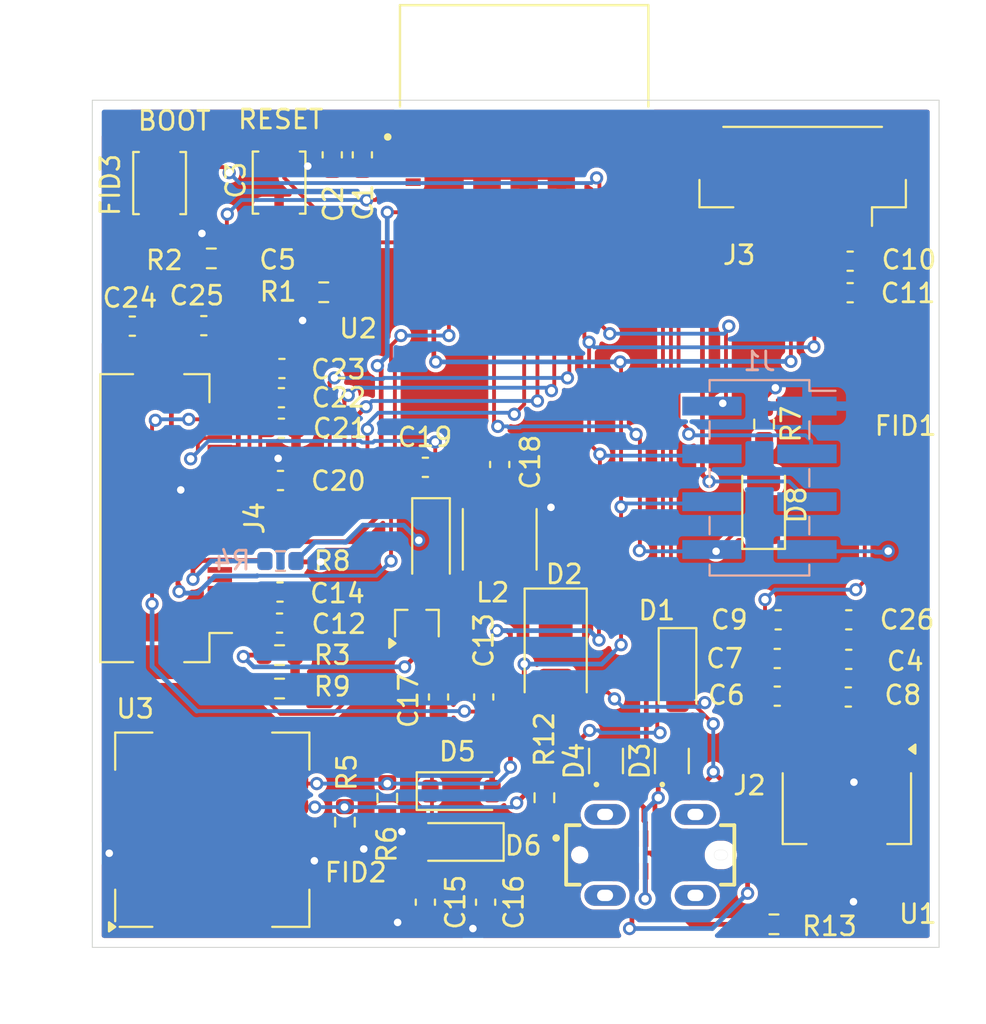
<source format=kicad_pcb>
(kicad_pcb (version 20241229) (generator "pcbnew") (generator_version "9.0")
  (layers (0 "F.Cu" signal "Top") (2 "B.Cu" signal "Bottom") (13 "F.Paste" user) (15 "B.Paste" user) (5 "F.SilkS" user "F.Silkscreen") (7 "B.SilkS" user "B.Silkscreen") (1 "F.Mask" user) (3 "B.Mask" user) (25 "Edge.Cuts" user))
  (net 0 "")
  (net 1 "GND")
  (net 2 "+3.3V")
  (net 3 "+5V")
  (net 4 "/Display/PREVGL")
  (net 5 "/Display/PREVGH")
  (net 6 "VBUS")
  (net 7 "/USB-C/D-")
  (net 8 "/USB-C/D+")
  (net 9 "/Display/RES")
  (net 10 "/Display/RESE")
  (net 11 "/Display/D{slash}C")
  (net 12 "/Display/SCLK")
  (net 13 "/Display/BUSY")
  (net 14 "/Display/SDI")
  (net 15 "/Display/GDR")
  (net 16 "/Display/CS")
  (net 17 "Net-(D5-K)")
  (net 18 "Net-(D7-A)")
  (net 33 "Net-(U2-IO2)")
  (net 34 "Net-(D8-A)")
  (net 35 "/Microcontroller/GPIO9")
  (net 36 "/Microcontroller/CHIP_PU")
  (net 37 "/Microcontroller/GPIO10")
  (net 38 "/Microcontroller/TXD")
  (net 39 "/Microcontroller/SDA")
  (net 40 "/Microcontroller/SCL")
  (net 41 "/Microcontroller/RXD")
  (net 42 "unconnected-(J2-SHIELD-PadS3)")
  (net 43 "Net-(J2-CC1)")
  (net 44 "unconnected-(J2-SHIELD-PadS4)")
  (net 46 "Net-(J2-CC2)")
  (net 47 "unconnected-(J2-SHIELD-PadS1)")
  (net 49 "unconnected-(J2-SHIELD-PadS2)")
  (net 57 "Net-(J4-Pin_4)")
  (net 58 "Net-(J4-Pin_5)")
  (net 59 "Net-(J4-Pin_18)")
  (net 60 "Net-(J4-Pin_19)")
  (net 61 "Net-(J4-Pin_20)")
  (net 62 "Net-(J4-Pin_22)")
  (net 63 "Net-(J4-Pin_24)")
  (net 65 "Net-(J4-Pin_8)")
  (footprint "Resistor_SMD:R_0603_1608Metric" (layer "F.Cu") (at 111.025 111.05 90)
    (property "Reference" "R12" (at 3.1 0 90) (layer "F.SilkS"))
    (property "Value" "5.1k_0603")
    (pad "1" smd roundrect (at -0.825 0 90) (size 0.8 0.95) (layers "F.Cu" "F.Mask" "F.Paste") (net 43 "Net-(J2-CC1)"))
    (pad "2" smd roundrect (at 0.825 0 90) (size 0.8 0.95) (layers "F.Cu" "F.Mask" "F.Paste") (net 1 "GND"))
  )
  (footprint "Capacitor_SMD:C_0603_1608Metric" (layer "F.Cu") (at 108.65 93.35 90)
    (property "Reference" "C18" (at 0.125 1.625 90) (layer "F.SilkS"))
    (property "Value" "4.7uF_0603_25V")
    (pad "1" smd roundrect (at -0.775 0 90) (size 0.9 0.95) (layers "F.Cu" "F.Mask" "F.Paste") (net 2 "+3.3V"))
    (pad "2" smd roundrect (at 0.775 0 90) (size 0.9 0.95) (layers "F.Cu" "F.Mask" "F.Paste") (net 1 "GND"))
  )
  (footprint "Capacitor_SMD:C_0603_1608Metric" (layer "F.Cu") (at 105.4 105.7 90)
    (property "Reference" "C17" (at -0.2 -1.6 90) (layer "F.SilkS"))
    (property "Value" "4.7uF_0603_25V")
    (pad "1" smd roundrect (at -0.775 0 90) (size 0.9 0.95) (layers "F.Cu" "F.Mask" "F.Paste") (net 17 "Net-(D5-K)"))
    (pad "2" smd roundrect (at 0.775 0 90) (size 0.9 0.95) (layers "F.Cu" "F.Mask" "F.Paste") (net 18 "Net-(D7-A)"))
  )
  (footprint "Sensor:Sensirion_SCD4x-1EP_10.1x10.1mm_P1.25mm_EP4.8x4.8mm" (layer "F.Cu") (at 93.375 112.75 90)
    (property "Reference" "U3" (at 6.425 -4.1 180) (layer "F.SilkS"))
    (property "Value" "SCD40-D-R2")
    (pad "1" smd roundrect (at -4.15 -2.5 90) (size 1.9 0.85) (layers "F.Cu" "F.Mask" "F.Paste"))
    (pad "2" smd roundrect (at -4.15 -1.25 90) (size 1.9 0.85) (layers "F.Cu" "F.Mask" "F.Paste"))
    (pad "3" smd roundrect (at -4.15 0 90) (size 1.9 0.85) (layers "F.Cu" "F.Mask" "F.Paste"))
    (pad "4" smd roundrect (at -4.15 1.25 90) (size 1.9 0.85) (layers "F.Cu" "F.Mask" "F.Paste"))
    (pad "5" smd roundrect (at -4.15 2.5 90) (size 1.9 0.85) (layers "F.Cu" "F.Mask" "F.Paste"))
    (pad "6" smd roundrect (at -2.5 4.15 90) (size 0.85 1.9) (layers "F.Cu" "F.Mask" "F.Paste") (net 1 "GND"))
    (pad "7" smd roundrect (at -1.25 4.15 90) (size 0.85 1.9) (layers "F.Cu" "F.Mask" "F.Paste") (net 2 "+3.3V"))
    (pad "8" smd roundrect (at 0 4.15 90) (size 0.85 1.9) (layers "F.Cu" "F.Mask" "F.Paste"))
    (pad "9" smd roundrect (at 1.25 4.15 90) (size 0.85 1.9) (layers "F.Cu" "F.Mask" "F.Paste") (net 40 "/Microcontroller/SCL"))
    (pad "10" smd roundrect (at 2.5 4.15 90) (size 0.85 1.9) (layers "F.Cu" "F.Mask" "F.Paste") (net 39 "/Microcontroller/SDA"))
    (pad "11" smd roundrect (at 4.15 2.5 90) (size 1.9 0.85) (layers "F.Cu" "F.Mask" "F.Paste"))
    (pad "12" smd roundrect (at 4.15 1.25 90) (size 1.9 0.85) (layers "F.Cu" "F.Mask" "F.Paste"))
    (pad "13" smd roundrect (at 4.15 0 90) (size 1.9 0.85) (layers "F.Cu" "F.Mask" "F.Paste"))
    (pad "14" smd roundrect (at 4.15 -1.25 90) (size 1.9 0.85) (layers "F.Cu" "F.Mask" "F.Paste"))
    (pad "15" smd roundrect (at 4.15 -2.5 90) (size 1.9 0.85) (layers "F.Cu" "F.Mask" "F.Paste"))
    (pad "16" smd roundrect (at 2.5 -4.15 90) (size 0.85 1.9) (layers "F.Cu" "F.Mask" "F.Paste"))
    (pad "17" smd roundrect (at 1.25 -4.15 90) (size 0.85 1.9) (layers "F.Cu" "F.Mask" "F.Paste"))
    (pad "18" smd roundrect (at 0 -4.15 90) (size 0.85 1.9) (layers "F.Cu" "F.Mask" "F.Paste"))
    (pad "19" smd roundrect (at -1.25 -4.15 90) (size 0.85 1.9) (layers "F.Cu" "F.Mask" "F.Paste") (net 2 "+3.3V"))
    (pad "20" smd roundrect (at -2.5 -4.15 90) (size 0.85 1.9) (layers "F.Cu" "F.Mask" "F.Paste") (net 1 "GND"))
    (pad "21" smd rect (at 0 0 90) (size 4.8 4.8) (property pad_prop_heatsink) (layers "F.Cu" "F.Mask") (net 1 "GND"))
  )
  (footprint "Capacitor_SMD:C_0603_1608Metric" (layer "F.Cu") (at 97.05 91.425)
    (property "Reference" "C21" (at 3.125 0 0) (layer "F.SilkS"))
    (property "Value" "1uF_0603_25V")
    (pad "1" smd roundrect (at -0.775 0) (size 0.9 0.95) (layers "F.Cu" "F.Mask" "F.Paste") (net 59 "Net-(J4-Pin_18)"))
    (pad "2" smd roundrect (at 0.775 0) (size 0.9 0.95) (layers "F.Cu" "F.Mask" "F.Paste") (net 1 "GND"))
  )
  (footprint "Package_TO_SOT_SMD:SOT-223-3_TabPin2" (layer "F.Cu") (at 127.1 111.6 -90)
    (property "Reference" "U1" (at 5.625 -3.775 180) (layer "F.SilkS"))
    (property "Value" "TLV76133DCY")
    (pad "1" smd roundrect (at -3.15 -2.3 270) (size 2 1.5) (layers "F.Cu" "F.Mask" "F.Paste") (net 1 "GND"))
    (pad "2" smd roundrect (at -3.15 0 270) (size 2 1.5) (layers "F.Cu" "F.Mask" "F.Paste") (net 2 "+3.3V"))
    (pad "2" smd roundrect (at 3.15 0 270) (size 2 3.8) (layers "F.Cu" "F.Mask" "F.Paste") (net 2 "+3.3V"))
    (pad "3" smd roundrect (at -3.15 2.3 270) (size 2 1.5) (layers "F.Cu" "F.Mask" "F.Paste") (net 3 "+5V"))
  )
  (footprint "Diode_SMD:D_SOD-123" (layer "F.Cu") (at 118.1 104.4 -90)
    (property "Reference" "D1" (at -3.3 1.1 0) (layer "F.SilkS"))
    (property "Value" "MBR0530")
    (pad "1" smd roundrect (at -1.65 0 270) (size 0.9 1.2) (layers "F.Cu" "F.Mask" "F.Paste") (net 3 "+5V"))
    (pad "2" smd roundrect (at 1.65 0 270) (size 0.9 1.2) (layers "F.Cu" "F.Mask" "F.Paste") (net 6 "VBUS"))
  )
  (footprint "Inductor_SMD:L_Wuerth_MAPI-3020" (layer "F.Cu") (at 108.65 97.325 -90)
    (property "Reference" "L2" (at 2.825 0.375 180) (layer "F.SilkS"))
    (property "Value" "10 uH")
    (pad "1" smd roundrect (at -1.05 0 270) (size 1.3 3.4) (layers "F.Cu" "F.Mask" "F.Paste") (roundrect_rratio 0.192308) (net 2 "+3.3V"))
    (pad "2" smd roundrect (at 1.05 0 270) (size 1.3 3.4) (layers "F.Cu" "F.Mask" "F.Paste") (roundrect_rratio 0.192308) (net 18 "Net-(D7-A)"))
  )
  (footprint "Capacitor_SMD:C_0603_1608Metric" (layer "F.Cu") (at 97 94.2 180)
    (property "Reference" "C20" (at -3.075 -0.025 0) (layer "F.SilkS"))
    (property "Value" "1uF_0603_25V")
    (pad "1" smd roundrect (at -0.775 0 180) (size 0.9 0.95) (layers "F.Cu" "F.Mask" "F.Paste") (net 1 "GND"))
    (pad "2" smd roundrect (at 0.775 0 180) (size 0.9 0.95) (layers "F.Cu" "F.Mask" "F.Paste") (net 2 "+3.3V"))
  )
  (footprint "Capacitor_SMD:C_0603_1608Metric" (layer "F.Cu") (at 107.8 105.7 90)
    (property "Reference" "C13" (at 3 0 90) (layer "F.SilkS"))
    (property "Value" "4.7uF_0603_25V")
    (pad "1" smd roundrect (at -0.775 0 90) (size 0.9 0.95) (layers "F.Cu" "F.Mask" "F.Paste") (net 4 "/Display/PREVGL"))
    (pad "2" smd roundrect (at 0.775 0 90) (size 0.9 0.95) (layers "F.Cu" "F.Mask" "F.Paste") (net 1 "GND"))
  )
  (footprint "Fiducial:Fiducial_0.5mm_Mask1.5mm" (layer "F.Cu") (at 130.225 93)
    (property "Reference" "FID1" (at 0 -1.7 0) (layer "F.SilkS"))
    (property "Value" "Fiducial")
    (pad "" smd circle (at 0 0) (size 0.5 0.5) (layers "F.Cu" "F.Mask") (clearance 0.6))
  )
  (footprint "Diode_SMD:D_SOD-123" (layer "F.Cu") (at 106.5 113.4 180)
    (property "Reference" "D6" (at -3.4 -0.2 180) (layer "F.SilkS"))
    (property "Value" "MBR0530")
    (pad "1" smd roundrect (at -1.65 0 180) (size 0.9 1.2) (layers "F.Cu" "F.Mask" "F.Paste") (net 1 "GND"))
    (pad "2" smd roundrect (at 1.65 0 180) (size 0.9 1.2) (layers "F.Cu" "F.Mask" "F.Paste") (net 17 "Net-(D5-K)"))
  )
  (footprint "Resistor_SMD:R_0603_1608Metric" (layer "F.Cu") (at 96.95 105.25 180)
    (property "Reference" "R9" (at -2.8 0.1 180) (layer "F.SilkS"))
    (property "Value" "10k_0603")
    (pad "1" smd roundrect (at -0.825 0 180) (size 0.8 0.95) (layers "F.Cu" "F.Mask" "F.Paste") (net 1 "GND"))
    (pad "2" smd roundrect (at 0.825 0 180) (size 0.8 0.95) (layers "F.Cu" "F.Mask" "F.Paste") (net 15 "/Display/GDR"))
  )
  (footprint "Capacitor_SMD:C_0603_1608Metric" (layer "F.Cu") (at 107.9 116.6 -90)
    (property "Reference" "C16" (at 0 -1.5 90) (layer "F.SilkS"))
    (property "Value" "4.7uF_0603_25V")
    (pad "1" smd roundrect (at -0.775 0 270) (size 0.9 0.95) (layers "F.Cu" "F.Mask" "F.Paste") (net 1 "GND"))
    (pad "2" smd roundrect (at 0.775 0 270) (size 0.9 0.95) (layers "F.Cu" "F.Mask" "F.Paste") (net 2 "+3.3V"))
  )
  (footprint "Fiducial:Fiducial_0.5mm_Mask1.5mm" (layer "F.Cu") (at 88.35 75.275)
    (property "Reference" "FID3" (at -0.4 3.225 90) (layer "F.SilkS"))
    (property "Value" "Fiducial")
    (pad "" smd circle (at 0 0) (size 0.5 0.5) (layers "F.Cu" "F.Mask") (clearance 0.6))
  )
  (footprint "Capacitor_SMD:C_0603_1608Metric" (layer "F.Cu") (at 92.925 85.975)
    (property "Reference" "C25" (at -0.375 -1.6 0) (layer "F.SilkS"))
    (property "Value" "1uF_0603_25V")
    (pad "1" smd roundrect (at -0.775 0) (size 0.9 0.95) (layers "F.Cu" "F.Mask" "F.Paste") (net 1 "GND"))
    (pad "2" smd roundrect (at 0.775 0) (size 0.9 0.95) (layers "F.Cu" "F.Mask" "F.Paste") (net 63 "Net-(J4-Pin_24)"))
  )
  (footprint "Diode_SMD:D_SOD-123" (layer "F.Cu") (at 106.6 110.7)
    (property "Reference" "D5" (at -0.2 -2.1 180) (layer "F.SilkS"))
    (property "Value" "MBR0530")
    (pad "1" smd roundrect (at -1.65 0) (size 0.9 1.2) (layers "F.Cu" "F.Mask" "F.Paste") (net 17 "Net-(D5-K)"))
    (pad "2" smd roundrect (at 1.65 0) (size 0.9 1.2) (layers "F.Cu" "F.Mask" "F.Paste") (net 4 "/Display/PREVGL"))
  )
  (footprint "Resistor_SMD:R_0603_1608Metric" (layer "F.Cu") (at 97 98.475)
    (property "Reference" "R8" (at 2.75 0 0) (layer "F.SilkS"))
    (property "Value" "10k_0603")
    (pad "1" smd roundrect (at -0.825 0) (size 0.8 0.95) (layers "F.Cu" "F.Mask" "F.Paste") (net 65 "Net-(J4-Pin_8)"))
    (pad "2" smd roundrect (at 0.825 0) (size 0.8 0.95) (layers "F.Cu" "F.Mask" "F.Paste") (net 2 "+3.3V"))
  )
  (footprint "Capacitor_SMD:C_0603_1608Metric" (layer "F.Cu") (at 123.4 103.655)
    (property "Reference" "C7" (at -2.8 0 0) (layer "F.SilkS"))
    (property "Value" "100nF_0603_16V")
    (pad "1" smd roundrect (at -0.775 0) (size 0.9 0.95) (layers "F.Cu" "F.Mask" "F.Paste") (net 3 "+5V"))
    (pad "2" smd roundrect (at 0.775 0) (size 0.9 0.95) (layers "F.Cu" "F.Mask" "F.Paste") (net 1 "GND"))
  )
  (footprint "Resistor_SMD:R_0603_1608Metric" (layer "F.Cu") (at 93.325 82.4 180)
    (property "Reference" "R2" (at 2.5 -0.1 0) (layer "F.SilkS"))
    (property "Value" "10k_0603")
    (pad "1" smd roundrect (at -0.825 0 180) (size 0.8 0.95) (layers "F.Cu" "F.Mask" "F.Paste") (net 33 "Net-(U2-IO2)"))
    (pad "2" smd roundrect (at 0.825 0 180) (size 0.8 0.95) (layers "F.Cu" "F.Mask" "F.Paste") (net 2 "+3.3V"))
  )
  (footprint "Capacitor_SMD:C_0603_1608Metric" (layer "F.Cu") (at 104.7 93.5 180)
    (property "Reference" "C19" (at 0.025 1.6 0) (layer "F.SilkS"))
    (property "Value" "4.7uF_0603_25V")
    (pad "1" smd roundrect (at -0.775 0 180) (size 0.9 0.95) (layers "F.Cu" "F.Mask" "F.Paste") (net 5 "/Display/PREVGH"))
    (pad "2" smd roundrect (at 0.775 0 180) (size 0.9 0.95) (layers "F.Cu" "F.Mask" "F.Paste") (net 1 "GND"))
  )
  (footprint "2s_connectors:Hirose_FH12-24S-0.5SH_1x24-1MP_P0.50mm_Horizontal_INVERTED" (layer "F.Cu") (at 91.925 96.2 -90)
    (property "Reference" "J4" (at 0 -3.7 90) (layer "F.SilkS"))
    (property "Value" "FH12A-24S-0.5SH(55)")
    (pad "1" smd rect (at 5.75 -1.85 270) (size 0.3 1.3) (layers "F.Cu" "F.Mask" "F.Paste"))
    (pad "2" smd rect (at 5.25 -1.85 270) (size 0.3 1.3) (layers "F.Cu" "F.Mask" "F.Paste") (net 15 "/Display/GDR"))
    (pad "3" smd rect (at 4.75 -1.85 270) (size 0.3 1.3) (layers "F.Cu" "F.Mask" "F.Paste") (net 10 "/Display/RESE"))
    (pad "4" smd rect (at 4.25 -1.85 270) (size 0.3 1.3) (layers "F.Cu" "F.Mask" "F.Paste") (net 57 "Net-(J4-Pin_4)"))
    (pad "5" smd rect (at 3.75 -1.85 270) (size 0.3 1.3) (layers "F.Cu" "F.Mask" "F.Paste") (net 58 "Net-(J4-Pin_5)"))
    (pad "6" smd rect (at 3.25 -1.85 270) (size 0.3 1.3) (layers "F.Cu" "F.Mask" "F.Paste"))
    (pad "7" smd rect (at 2.75 -1.85 270) (size 0.3 1.3) (layers "F.Cu" "F.Mask" "F.Paste"))
    (pad "8" smd rect (at 2.25 -1.85 270) (size 0.3 1.3) (layers "F.Cu" "F.Mask" "F.Paste") (net 65 "Net-(J4-Pin_8)"))
    (pad "9" smd rect (at 1.75 -1.85 270) (size 0.3 1.3) (layers "F.Cu" "F.Mask" "F.Paste") (net 13 "/Display/BUSY"))
    (pad "10" smd rect (at 1.25 -1.85 270) (size 0.3 1.3) (layers "F.Cu" "F.Mask" "F.Paste") (net 9 "/Display/RES"))
    (pad "11" smd rect (at 0.75 -1.85 270) (size 0.3 1.3) (layers "F.Cu" "F.Mask" "F.Paste") (net 11 "/Display/D{slash}C"))
    (pad "12" smd rect (at 0.25 -1.85 270) (size 0.3 1.3) (layers "F.Cu" "F.Mask" "F.Paste") (net 16 "/Display/CS"))
    (pad "13" smd rect (at -0.25 -1.85 270) (size 0.3 1.3) (layers "F.Cu" "F.Mask" "F.Paste") (net 12 "/Display/SCLK"))
    (pad "14" smd rect (at -0.75 -1.85 270) (size 0.3 1.3) (layers "F.Cu" "F.Mask" "F.Paste") (net 14 "/Display/SDI"))
    (pad "15" smd rect (at -1.25 -1.85 270) (size 0.3 1.3) (layers "F.Cu" "F.Mask" "F.Paste") (net 2 "+3.3V"))
    (pad "16" smd rect (at -1.75 -1.85 270) (size 0.3 1.3) (layers "F.Cu" "F.Mask" "F.Paste") (net 2 "+3.3V"))
    (pad "17" smd rect (at -2.25 -1.85 270) (size 0.3 1.3) (layers "F.Cu" "F.Mask" "F.Paste") (net 1 "GND"))
    (pad "18" smd rect (at -2.75 -1.85 270) (size 0.3 1.3) (layers "F.Cu" "F.Mask" "F.Paste") (net 59 "Net-(J4-Pin_18)"))
    (pad "19" smd rect (at -3.25 -1.85 270) (size 0.3 1.3) (layers "F.Cu" "F.Mask" "F.Paste") (net 60 "Net-(J4-Pin_19)"))
    (pad "20" smd rect (at -3.75 -1.85 270) (size 0.3 1.3) (layers "F.Cu" "F.Mask" "F.Paste") (net 61 "Net-(J4-Pin_20)"))
    (pad "21" smd rect (at -4.25 -1.85 270) (size 0.3 1.3) (layers "F.Cu" "F.Mask" "F.Paste") (net 5 "/Display/PREVGH"))
    (pad "22" smd rect (at -4.75 -1.85 270) (size 0.3 1.3) (layers "F.Cu" "F.Mask" "F.Paste") (net 62 "Net-(J4-Pin_22)"))
    (pad "23" smd rect (at -5.25 -1.85 270) (size 0.3 1.3) (layers "F.Cu" "F.Mask" "F.Paste") (net 4 "/Display/PREVGL"))
    (pad "24" smd rect (at -5.75 -1.85 270) (size 0.3 1.3) (layers "F.Cu" "F.Mask" "F.Paste") (net 63 "Net-(J4-Pin_24)"))
    (pad "MP" smd rect (at -7.65 1.4 270) (size 1.8 2.2) (layers "F.Cu" "F.Mask" "F.Paste"))
    (pad "MP" smd rect (at 7.65 1.4 270) (size 1.8 2.2) (layers "F.Cu" "F.Mask" "F.Paste"))
  )
  (footprint "Capacitor_SMD:C_0603_1608Metric" (layer "F.Cu") (at 99.3 82.525 180)
    (property "Reference" "C5" (at 2.45 0.05 0) (layer "F.SilkS"))
    (property "Value" "100nF_0603_16V")
    (pad "1" smd roundrect (at -0.775 0 180) (size 0.9 0.95) (layers "F.Cu" "F.Mask" "F.Paste") (net 36 "/Microcontroller/CHIP_PU"))
    (pad "2" smd roundrect (at 0.775 0 180) (size 0.9 0.95) (layers "F.Cu" "F.Mask" "F.Paste") (net 1 "GND"))
  )
  (footprint "Capacitor_SMD:C_0603_1608Metric" (layer "F.Cu") (at 93.175 78.325 -90)
    (property "Reference" "C3" (at -0.075 -1.45 90) (layer "F.SilkS"))
    (property "Value" "100nF_0603_16V")
    (pad "1" smd roundrect (at -0.775 0 270) (size 0.9 0.95) (layers "F.Cu" "F.Mask" "F.Paste") (net 35 "/Microcontroller/GPIO9"))
    (pad "2" smd roundrect (at 0.775 0 270) (size 0.9 0.95) (layers "F.Cu" "F.Mask" "F.Paste") (net 1 "GND"))
  )
  (footprint "Capacitor_SMD:C_0603_1608Metric" (layer "F.Cu") (at 127.2 101.6)
    (property "Reference" "C26" (at 3.1 0 0) (layer "F.SilkS"))
    (property "Value" "4.7uF_0603_25V")
    (pad "1" smd roundrect (at -0.775 0) (size 0.9 0.95) (layers "F.Cu" "F.Mask" "F.Paste") (net 1 "GND"))
    (pad "2" smd roundrect (at 0.775 0) (size 0.9 0.95) (layers "F.Cu" "F.Mask" "F.Paste") (net 2 "+3.3V"))
  )
  (footprint "Button_Switch_SMD:SW_SPST_B3U-1000P" (layer "F.Cu") (at 96.925 78.375 90)
    (property "Reference" "S2" (hide yes))
    (property "Value" "B3U-1000P")
    (pad "1" smd rect (at -1.7 0 90) (size 0.9 1.7) (layers "F.Cu" "F.Mask" "F.Paste") (net 1 "GND"))
    (pad "2" smd rect (at 1.7 0 90) (size 0.9 1.7) (layers "F.Cu" "F.Mask" "F.Paste") (net 36 "/Microcontroller/CHIP_PU"))
  )
  (footprint "Package_TO_SOT_SMD:SOT-523" (layer "F.Cu") (at 114.3 109.1 90)
    (property "Reference" "D4" (at 0 -1.7 90) (layer "F.SilkS"))
    (property "Value" "ESD321DYAR")
    (pad "1" smd roundrect (at -0.645 -0.5 270) (size 0.51 0.4) (layers "F.Cu" "F.Mask" "F.Paste") (net 8 "/USB-C/D+"))
    (pad "2" smd roundrect (at -0.645 0.5 270) (size 0.51 0.4) (layers "F.Cu" "F.Mask" "F.Paste") (net 1 "GND"))
    (pad "3" smd roundrect (at 0.645 0 270) (size 0.51 0.4) (layers "F.Cu" "F.Mask" "F.Paste"))
  )
  (footprint "Fiducial:Fiducial_0.5mm_Mask1.5mm" (layer "F.Cu") (at 100.75 117.1)
    (property "Reference" "FID2" (at 0.25 -2.075 0) (layer "F.SilkS"))
    (property "Value" "Fiducial")
    (pad "" smd circle (at 0 0) (size 0.5 0.5) (layers "F.Cu" "F.Mask") (clearance 0.6))
  )
  (footprint "Capacitor_SMD:C_0603_1608Metric" (layer "F.Cu") (at 89.125 86)
    (property "Reference" "C24" (at -0.125 -1.5 0) (layer "F.SilkS"))
    (property "Value" "4.7uF_0603_25V")
    (pad "1" smd roundrect (at -0.775 0) (size 0.9 0.95) (layers "F.Cu" "F.Mask" "F.Paste") (net 1 "GND"))
    (pad "2" smd roundrect (at 0.775 0) (size 0.9 0.95) (layers "F.Cu" "F.Mask" "F.Paste") (net 62 "Net-(J4-Pin_22)"))
  )
  (footprint "Diode_SMD:D_SMA" (layer "F.Cu") (at 111.625 103.45 -90)
    (property "Reference" "D2" (at -4.275 -0.45 180) (layer "F.SilkS"))
    (property "Value" "SMAJ5.0CA")
    (pad "1" smd roundrect (at -2 0 270) (size 2.5 1.8) (layers "F.Cu" "F.Mask" "F.Paste") (roundrect_rratio 0.1388888889) (net 1 "GND"))
    (pad "2" smd roundrect (at 2 0 270) (size 2.5 1.8) (layers "F.Cu" "F.Mask" "F.Paste") (roundrect_rratio 0.1388888889) (net 6 "VBUS"))
  )
  (footprint "Capacitor_SMD:C_0603_1608Metric" (layer "F.Cu") (at 97.05 89.8)
    (property "Reference" "C22" (at 3.05 0 0) (layer "F.SilkS"))
    (property "Value" "1uF_0603_25V")
    (pad "1" smd roundrect (at -0.775 0) (size 0.9 0.95) (layers "F.Cu" "F.Mask" "F.Paste") (net 60 "Net-(J4-Pin_19)"))
    (pad "2" smd roundrect (at 0.775 0) (size 0.9 0.95) (layers "F.Cu" "F.Mask" "F.Paste") (net 1 "GND"))
  )
  (footprint "2s_misc:XCVR_ESP32-C3-MINI-1-N4" (layer "F.Cu") (at 109.95 77.25)
    (property "Reference" "U2" (at -8.825 8.875 0) (layer "F.SilkS"))
    (property "Value" "ESP32-C3-MINI-1-N4")
    (pad "1" smd rect (at -5.9 -1.3) (size 0.8 0.4) (layers "F.Cu" "F.Mask" "F.Paste") (net 1 "GND"))
    (pad "2" smd rect (at -5.9 -0.5) (size 0.8 0.4) (layers "F.Cu" "F.Mask" "F.Paste") (net 1 "GND"))
    (pad "3" smd rect (at -5.9 0.3) (size 0.8 0.4) (layers "F.Cu" "F.Mask" "F.Paste") (net 2 "+3.3V"))
    (pad "4" smd rect (at -5.9 1.1) (size 0.8 0.4) (layers "F.Cu" "F.Mask" "F.Paste"))
    (pad "5" smd rect (at -5.9 1.9) (size 0.8 0.4) (layers "F.Cu" "F.Mask" "F.Paste") (net 33 "Net-(U2-IO2)"))
    (pad "6" smd rect (at -5.9 2.7) (size 0.8 0.4) (layers "F.Cu" "F.Mask" "F.Paste") (net 9 "/Display/RES"))
    (pad "7" smd rect (at -5.9 3.5) (size 0.8 0.4) (layers "F.Cu" "F.Mask" "F.Paste"))
    (pad "8" smd rect (at -5.9 4.3) (size 0.8 0.4) (layers "F.Cu" "F.Mask" "F.Paste") (net 36 "/Microcontroller/CHIP_PU"))
    (pad "9" smd rect (at -5.9 5.1) (size 0.8 0.4) (layers "F.Cu" "F.Mask" "F.Paste"))
    (pad "10" smd rect (at -5.9 5.9) (size 0.8 0.4) (layers "F.Cu" "F.Mask" "F.Paste"))
    (pad "11" smd rect (at -5.9 6.7) (size 0.8 0.4) (layers "F.Cu" "F.Mask" "F.Paste") (net 1 "GND"))
    (pad "12" smd rect (at -4.8 7.6) (size 0.4 0.8) (layers "F.Cu" "F.Mask" "F.Paste") (net 40 "/Microcontroller/SCL"))
    (pad "13" smd rect (at -4 7.6) (size 0.4 0.8) (layers "F.Cu" "F.Mask" "F.Paste") (net 13 "/Display/BUSY"))
    (pad "14" smd rect (at -3.2 7.6) (size 0.4 0.8) (layers "F.Cu" "F.Mask" "F.Paste") (net 1 "GND"))
    (pad "15" smd rect (at -2.4 7.6) (size 0.4 0.8) (layers "F.Cu" "F.Mask" "F.Paste"))
    (pad "16" smd rect (at -1.6 7.6) (size 0.4 0.8) (layers "F.Cu" "F.Mask" "F.Paste") (net 37 "/Microcontroller/GPIO10"))
    (pad "17" smd rect (at -0.8 7.6) (size 0.4 0.8) (layers "F.Cu" "F.Mask" "F.Paste"))
    (pad "18" smd rect (at 0 7.6) (size 0.4 0.8) (layers "F.Cu" "F.Mask" "F.Paste") (net 11 "/Display/D{slash}C"))
    (pad "19" smd rect (at 0.8 7.6) (size 0.4 0.8) (layers "F.Cu" "F.Mask" "F.Paste") (net 16 "/Display/CS"))
    (pad "20" smd rect (at 1.6 7.6) (size 0.4 0.8) (layers "F.Cu" "F.Mask" "F.Paste") (net 12 "/Display/SCLK"))
    (pad "21" smd rect (at 2.4 7.6) (size 0.4 0.8) (layers "F.Cu" "F.Mask" "F.Paste") (net 14 "/Display/SDI"))
    (pad "22" smd rect (at 3.2 7.6) (size 0.4 0.8) (layers "F.Cu" "F.Mask" "F.Paste") (net 39 "/Microcontroller/SDA"))
    (pad "23" smd rect (at 4 7.6) (size 0.4 0.8) (layers "F.Cu" "F.Mask" "F.Paste") (net 35 "/Microcontroller/GPIO9"))
    (pad "24" smd rect (at 4.8 7.6) (size 0.4 0.8) (layers "F.Cu" "F.Mask" "F.Paste"))
    (pad "25" smd rect (at 5.9 6.7) (size 0.8 0.4) (layers "F.Cu" "F.Mask" "F.Paste"))
    (pad "26" smd rect (at 5.9 5.9) (size 0.8 0.4) (layers "F.Cu" "F.Mask" "F.Paste") (net 7 "/USB-C/D-"))
    (pad "27" smd rect (at 5.9 5.1) (size 0.8 0.4) (layers "F.Cu" "F.Mask" "F.Paste") (net 8 "/USB-C/D+"))
    (pad "28" smd rect (at 5.9 4.3) (size 0.8 0.4) (layers "F.Cu" "F.Mask" "F.Paste"))
    (pad "29" smd rect (at 5.9 3.5) (size 0.8 0.4) (layers "F.Cu" "F.Mask" "F.Paste"))
    (pad "30" smd rect (at 5.9 2.7) (size 0.8 0.4) (layers "F.Cu" "F.Mask" "F.Paste") (net 41 "/Microcontroller/RXD"))
    (pad "31" smd rect (at 5.9 1.9) (size 0.8 0.4) (layers "F.Cu" "F.Mask" "F.Paste") (net 38 "/Microcontroller/TXD"))
    (pad "32" smd rect (at 5.9 1.1) (size 0.8 0.4) (layers "F.Cu" "F.Mask" "F.Paste"))
    (pad "33" smd rect (at 5.9 0.3) (size 0.8 0.4) (layers "F.Cu" "F.Mask" "F.Paste"))
    (pad "34" smd rect (at 5.9 -0.5) (size 0.8 0.4) (layers "F.Cu" "F.Mask" "F.Paste"))
    (pad "35" smd rect (at 5.9 -1.3) (size 0.8 0.4) (layers "F.Cu" "F.Mask" "F.Paste"))
    (pad "36" smd rect (at 4.8 -2.2) (size 0.4 0.8) (layers "F.Cu" "F.Mask" "F.Paste") (net 1 "GND"))
    (pad "37" smd rect (at 4 -2.2) (size 0.4 0.8) (layers "F.Cu" "F.Mask" "F.Paste") (net 1 "GND"))
    (pad "38" smd rect (at 3.2 -2.2) (size 0.4 0.8) (layers "F.Cu" "F.Mask" "F.Paste") (net 1 "GND"))
    (pad "39" smd rect (at 2.4 -2.2) (size 0.4 0.8) (layers "F.Cu" "F.Mask" "F.Paste") (net 1 "GND"))
    (pad "40" smd rect (at 1.6 -2.2) (size 0.4 0.8) (layers "F.Cu" "F.Mask" "F.Paste") (net 1 "GND"))
    (pad "41" smd rect (at 0.8 -2.2) (size 0.4 0.8) (layers "F.Cu" "F.Mask" "F.Paste") (net 1 "GND"))
    (pad "42" smd rect (at 0 -2.2) (size 0.4 0.8) (layers "F.Cu" "F.Mask" "F.Paste") (net 1 "GND"))
    (pad "43" smd rect (at -0.8 -2.2) (size 0.4 0.8) (layers "F.Cu" "F.Mask" "F.Paste") (net 1 "GND"))
    (pad "44" smd rect (at -1.6 -2.2) (size 0.4 0.8) (layers "F.Cu" "F.Mask" "F.Paste") (net 1 "GND"))
    (pad "45" smd rect (at -2.4 -2.2) (size 0.4 0.8) (layers "F.Cu" "F.Mask" "F.Paste") (net 1 "GND"))
    (pad "46" smd rect (at -3.2 -2.2) (size 0.4 0.8) (layers "F.Cu" "F.Mask" "F.Paste") (net 1 "GND"))
    (pad "47" smd rect (at -4 -2.2) (size 0.4 0.8) (layers "F.Cu" "F.Mask" "F.Paste") (net 1 "GND"))
    (pad "48" smd rect (at -4.8 -2.2) (size 0.4 0.8) (layers "F.Cu" "F.Mask" "F.Paste") (net 1 "GND"))
    (pad "49_1" smd custom (at -1.975 0.725) (size 0.6 0.6) (layers "F.Cu") (net 1 "GND") (options (clearance outline) (anchor rect)) (primitives (gr_poly (pts (xy 0.725 0.725) (xy -0.725 0.725) (xy -0.725 -0.125) (xy -0.125 -0.725) (xy 0.725 -0.725)) (width 0.01) (fill yes))))
    (pad "49_2" smd rect (at 0 0.725) (size 1.45 1.45) (layers "F.Cu" "F.Mask" "F.Paste") (net 1 "GND"))
    (pad "49_3" smd rect (at 1.975 0.725) (size 1.45 1.45) (layers "F.Cu" "F.Mask" "F.Paste") (net 1 "GND"))
    (pad "49_4" smd rect (at 1.975 2.7) (size 1.45 1.45) (layers "F.Cu" "F.Mask" "F.Paste") (net 1 "GND"))
    (pad "49_5" smd rect (at 1.975 4.675) (size 1.45 1.45) (layers "F.Cu" "F.Mask" "F.Paste") (net 1 "GND"))
    (pad "49_6" smd rect (at 0 4.675) (size 1.45 1.45) (layers "F.Cu" "F.Mask" "F.Paste") (net 1 "GND"))
    (pad "49_7" smd rect (at -1.975 4.675) (size 1.45 1.45) (layers "F.Cu" "F.Mask" "F.Paste") (net 1 "GND"))
    (pad "49_8" smd rect (at -1.975 2.7) (size 1.45 1.45) (layers "F.Cu" "F.Mask" "F.Paste") (net 1 "GND"))
    (pad "49_9" smd rect (at 0 2.7) (size 1.45 1.45) (layers "F.Cu" "F.Mask" "F.Paste") (net 1 "GND"))
    (pad "50" smd rect (at 5.95 -2.25) (size 0.7 0.7) (layers "F.Cu" "F.Mask" "F.Paste") (net 1 "GND"))
    (pad "51" smd rect (at 5.95 7.65) (size 0.7 0.7) (layers "F.Cu" "F.Mask" "F.Paste") (net 1 "GND"))
    (pad "52" smd rect (at -5.95 7.65) (size 0.7 0.7) (layers "F.Cu" "F.Mask" "F.Paste") (net 1 "GND"))
    (pad "53" smd rect (at -5.95 -2.25) (size 0.7 0.7) (layers "F.Cu" "F.Mask" "F.Paste") (net 1 "GND"))
    (zone (net 0) (net_name "") (layer "F.Cu") (connect_pads (clearance 0)) (min_thickness 0.01)
      (keepout (tracks not_allowed) (vias not_allowed) (pads not_allowed) (copperpour not_allowed) (footprints allowed))
      (fill (thermal_gap 0.508) (thermal_bridge_width 0.508))
      (polygon (pts (xy 103.35 68.95) (xy 116.55 68.95) (xy 116.55 74.35) (xy 103.35 74.35)))
    )
    (zone (net 0) (net_name "") (layer "B.Cu") (connect_pads (clearance 0)) (min_thickness 0.01)
      (keepout (tracks not_allowed) (vias not_allowed) (pads not_allowed) (copperpour not_allowed) (footprints allowed))
      (fill (thermal_gap 0.508) (thermal_bridge_width 0.508))
      (polygon (pts (xy 103.35 68.95) (xy 116.55 68.95) (xy 116.55 74.35) (xy 103.35 74.35)))
    )
  )
  (footprint "LED_SMD:LED_1206_3216Metric" (layer "F.Cu") (at 122.675 95.55 90)
    (property "Reference" "D8" (at 0.05 1.75 90) (layer "F.SilkS"))
    (property "Value" "Green LED")
    (pad "1" smd roundrect (at -1.4 0 90) (size 1.25 1.75) (layers "F.Cu" "F.Mask" "F.Paste") (roundrect_rratio 0.2) (net 37 "/Microcontroller/GPIO10"))
    (pad "2" smd roundrect (at 1.4 0 90) (size 1.25 1.75) (layers "F.Cu" "F.Mask" "F.Paste") (roundrect_rratio 0.2) (net 34 "Net-(D8-A)"))
  )
  (footprint "Package_TO_SOT_SMD:SOT-323_SC-70" (layer "F.Cu") (at 104.25 101.8 90)
    (property "Reference" "Q1" (hide yes))
    (property "Value" "Si1308EDL")
    (pad "1" smd roundrect (at -1 -0.65) (size 0.45 0.7) (layers "F.Cu" "F.Mask" "F.Paste") (net 15 "/Display/GDR"))
    (pad "2" smd roundrect (at -1 0.65) (size 0.45 0.7) (layers "F.Cu" "F.Mask" "F.Paste") (net 10 "/Display/RESE"))
    (pad "3" smd roundrect (at 1 0) (size 0.45 0.7) (layers "F.Cu" "F.Mask" "F.Paste") (net 18 "Net-(D7-A)"))
  )
  (footprint "Capacitor_SMD:C_0603_1608Metric" (layer "F.Cu") (at 127.275 82.55)
    (property "Reference" "C10" (at 3.125 -0.075 0) (layer "F.SilkS"))
    (property "Value" "4.7uF_0603_25V")
    (pad "1" smd roundrect (at -0.775 0) (size 0.9 0.95) (layers "F.Cu" "F.Mask" "F.Paste") (net 1 "GND"))
    (pad "2" smd roundrect (at 0.775 0) (size 0.9 0.95) (layers "F.Cu" "F.Mask" "F.Paste") (net 3 "+5V"))
  )
  (footprint "Resistor_SMD:R_0603_1608Metric" (layer "F.Cu") (at 100.425 112.35 -90)
    (property "Reference" "R5" (at -2.65 -0.1 90) (layer "F.SilkS"))
    (property "Value" "10k_0603")
    (pad "1" smd roundrect (at -0.825 0 270) (size 0.8 0.95) (layers "F.Cu" "F.Mask" "F.Paste") (net 40 "/Microcontroller/SCL"))
    (pad "2" smd roundrect (at 0.825 0 270) (size 0.8 0.95) (layers "F.Cu" "F.Mask" "F.Paste") (net 2 "+3.3V"))
  )
  (footprint "Resistor_SMD:R_0603_1608Metric" (layer "F.Cu") (at 96.95 103.475)
    (property "Reference" "R3" (at 2.8 0 0) (layer "F.SilkS"))
    (property "Value" "0.47R_0603")
    (pad "1" smd roundrect (at -0.825 0) (size 0.8 0.95) (layers "F.Cu" "F.Mask" "F.Paste") (net 10 "/Display/RESE"))
    (pad "2" smd roundrect (at 0.825 0) (size 0.8 0.95) (layers "F.Cu" "F.Mask" "F.Paste") (net 1 "GND"))
  )
  (footprint "Capacitor_SMD:C_0603_1608Metric" (layer "F.Cu") (at 97.075 88.25 180)
    (property "Reference" "C23" (at -3 -0.05 0) (layer "F.SilkS"))
    (property "Value" "4.7uF_0603_25V")
    (pad "1" smd roundrect (at -0.775 0 180) (size 0.9 0.95) (layers "F.Cu" "F.Mask" "F.Paste") (net 1 "GND"))
    (pad "2" smd roundrect (at 0.775 0 180) (size 0.9 0.95) (layers "F.Cu" "F.Mask" "F.Paste") (net 61 "Net-(J4-Pin_20)"))
  )
  (footprint "Capacitor_SMD:C_0603_1608Metric" (layer "F.Cu") (at 123.45 101.6 180)
    (property "Reference" "C9" (at 2.6 0 0) (layer "F.SilkS"))
    (property "Value" "4.7uF_0603_25V")
    (pad "1" smd roundrect (at -0.775 0 180) (size 0.9 0.95) (layers "F.Cu" "F.Mask" "F.Paste") (net 1 "GND"))
    (pad "2" smd roundrect (at 0.775 0 180) (size 0.9 0.95) (layers "F.Cu" "F.Mask" "F.Paste") (net 3 "+5V"))
  )
  (footprint "Button_Switch_SMD:SW_SPST_B3U-1000P" (layer "F.Cu") (at 90.575 78.4 90)
    (property "Reference" "S1" (hide yes))
    (property "Value" "B3U-1000P")
    (pad "1" smd rect (at -1.7 0 90) (size 0.9 1.7) (layers "F.Cu" "F.Mask" "F.Paste") (net 1 "GND"))
    (pad "2" smd rect (at 1.7 0 90) (size 0.9 1.7) (layers "F.Cu" "F.Mask" "F.Paste") (net 35 "/Microcontroller/GPIO9"))
  )
  (footprint "Capacitor_SMD:C_0603_1608Metric" (layer "F.Cu") (at 127.175 105.7 180)
    (property "Reference" "C8" (at -2.9 0.1 0) (layer "F.SilkS"))
    (property "Value" "100nF_0603_16V")
    (pad "1" smd roundrect (at -0.775 0 180) (size 0.9 0.95) (layers "F.Cu" "F.Mask" "F.Paste") (net 2 "+3.3V"))
    (pad "2" smd roundrect (at 0.775 0 180) (size 0.9 0.95) (layers "F.Cu" "F.Mask" "F.Paste") (net 1 "GND"))
  )
  (footprint "Connector_JST:JST_GH_SM06B-GHS-TB_1x06-1MP_P1.25mm_Horizontal" (layer "F.Cu") (at 124.75 77.975 180)
    (property "Reference" "J3" (at 3.375 -4.25 0) (layer "F.SilkS"))
    (property "Value" "SM06B-GHS-TB")
    (pad "1" smd roundrect (at -3.125 -1.85 180) (size 0.6 1.7) (layers "F.Cu" "F.Mask" "F.Paste") (net 3 "+5V"))
    (pad "2" smd roundrect (at -1.875 -1.85 180) (size 0.6 1.7) (layers "F.Cu" "F.Mask" "F.Paste") (net 1 "GND"))
    (pad "3" smd roundrect (at -0.625 -1.85 180) (size 0.6 1.7) (layers "F.Cu" "F.Mask" "F.Paste") (net 39 "/Microcontroller/SDA"))
    (pad "4" smd roundrect (at 0.625 -1.85 180) (size 0.6 1.7) (layers "F.Cu" "F.Mask" "F.Paste") (net 40 "/Microcontroller/SCL"))
    (pad "5" smd roundrect (at 1.875 -1.85 180) (size 0.6 1.7) (layers "F.Cu" "F.Mask" "F.Paste") (net 1 "GND"))
    (pad "6" smd roundrect (at 3.125 -1.85 180) (size 0.6 1.7) (layers "F.Cu" "F.Mask" "F.Paste"))
    (pad "MP" smd roundrect (at -4.975 1.35 180) (size 1 2.7) (layers "F.Cu" "F.Mask" "F.Paste"))
    (pad "MP" smd roundrect (at 4.975 1.35 180) (size 1 2.7) (layers "F.Cu" "F.Mask" "F.Paste"))
  )
  (footprint "Capacitor_SMD:C_0603_1608Metric" (layer "F.Cu") (at 101.35 76.9 90)
    (property "Reference" "C1" (at -2.525 0.05 90) (layer "F.SilkS"))
    (property "Value" "4.7uF_0603_25V")
    (pad "1" smd roundrect (at -0.775 0 90) (size 0.9 0.95) (layers "F.Cu" "F.Mask" "F.Paste") (net 2 "+3.3V"))
    (pad "2" smd roundrect (at 0.775 0 90) (size 0.9 0.95) (layers "F.Cu" "F.Mask" "F.Paste") (net 1 "GND"))
  )
  (footprint "2s_connectors:GCT_USB4120-03-C_REVA" (layer "F.Cu") (at 116.65 114.09)
    (property "Reference" "J2" (at 5.275 -3.69 0) (layer "F.SilkS"))
    (property "Value" "USB4120-03-C")
    (fp_line (start 3.65 -0.26) (end 3.85 -0.26) (stroke (width 0.01)) (layer "Edge.Cuts"))
    (fp_line (start 3.85 0.26) (end 3.65 0.26) (stroke (width 0.01)) (layer "Edge.Cuts"))
    (fp_arc (start 3.39 0) (mid 3.466152 -0.183848) (end 3.65 -0.26) (stroke (width 0.01)) (layer "Edge.Cuts"))
    (fp_arc (start 3.65 0.26) (mid 3.466152 0.183848) (end 3.39 0) (stroke (width 0.01)) (layer "Edge.Cuts"))
    (fp_arc (start 3.85 -0.26) (mid 4.033848 -0.183848) (end 4.11 0) (stroke (width 0.01)) (layer "Edge.Cuts"))
    (fp_arc (start 4.11 0) (mid 4.033848 0.183848) (end 3.85 0.26) (stroke (width 0.01)) (layer "Edge.Cuts"))
    (pad "" np_thru_hole circle (at -3.75 0) (size 0.52 0.52) (drill 0.52) (layers "*.Cu" "*.Mask"))
    (pad "" np_thru_hole circle (at 3.75 0) (size 0.52 0.52) (drill 0.52) (layers "*.Cu" "*.Mask"))
    (pad "A1" smd rect (at -2.75 -0.865) (size 0.3 0.87) (layers "F.Cu" "F.Mask" "F.Paste") (net 1 "GND"))
    (pad "A4" smd rect (at -1.25 -0.865) (size 0.3 0.87) (layers "F.Cu" "F.Mask" "F.Paste") (net 6 "VBUS"))
    (pad "A5" smd rect (at -0.75 -0.865) (size 0.3 0.87) (layers "F.Cu" "F.Mask" "F.Paste") (net 43 "Net-(J2-CC1)"))
    (pad "A6" smd rect (at -0.25 -0.865) (size 0.3 0.87) (layers "F.Cu" "F.Mask" "F.Paste") (net 8 "/USB-C/D+"))
    (pad "A7" smd rect (at 0.25 -0.865) (size 0.3 0.87) (layers "F.Cu" "F.Mask" "F.Paste") (net 7 "/USB-C/D-"))
    (pad "A8" smd rect (at 0.75 -0.865) (size 0.3 0.87) (layers "F.Cu" "F.Mask" "F.Paste"))
    (pad "A9" smd rect (at 1.25 -0.865) (size 0.3 0.87) (layers "F.Cu" "F.Mask" "F.Paste") (net 6 "VBUS"))
    (pad "A12" smd rect (at 2.75 -0.865) (size 0.3 0.87) (layers "F.Cu" "F.Mask" "F.Paste") (net 1 "GND"))
    (pad "B1" smd rect (at 2.75 0.865) (size 0.3 0.87) (layers "F.Cu" "F.Mask" "F.Paste") (net 1 "GND"))
    (pad "B4" smd rect (at 1.25 0.865) (size 0.3 0.87) (layers "F.Cu" "F.Mask" "F.Paste") (net 6 "VBUS"))
    (pad "B5" smd rect (at 0.75 0.865) (size 0.3 0.87) (layers "F.Cu" "F.Mask" "F.Paste") (net 46 "Net-(J2-CC2)"))
    (pad "B6" smd rect (at 0.25 0.865) (size 0.3 0.87) (layers "F.Cu" "F.Mask" "F.Paste") (net 8 "/USB-C/D+"))
    (pad "B7" smd rect (at -0.25 0.865) (size 0.3 0.87) (layers "F.Cu" "F.Mask" "F.Paste") (net 7 "/USB-C/D-"))
    (pad "B8" smd rect (at -0.75 0.865) (size 0.3 0.87) (layers "F.Cu" "F.Mask" "F.Paste"))
    (pad "B9" smd rect (at -1.25 0.865) (size 0.3 0.87) (layers "F.Cu" "F.Mask" "F.Paste") (net 6 "VBUS"))
    (pad "B12" smd rect (at -2.75 0.865) (size 0.3 0.87) (layers "F.Cu" "F.Mask" "F.Paste") (net 1 "GND"))
    (pad "S1" thru_hole oval (at -2.4 -2.15) (size 2.2 1.1) (drill oval 0.85 0.6) (layers "*.Cu" "*.Mask") (net 47 "unconnected-(J2-SHIELD-PadS1)"))
    (pad "S2" thru_hole oval (at -2.4 2.15) (size 2.2 1.1) (drill oval 0.85 0.6) (layers "*.Cu" "*.Mask") (net 49 "unconnected-(J2-SHIELD-PadS2)"))
    (pad "S3" thru_hole oval (at 2.4 -2.15) (size 2.2 1.1) (drill oval 0.85 0.6) (layers "*.Cu" "*.Mask") (net 42 "unconnected-(J2-SHIELD-PadS3)"))
    (pad "S4" thru_hole oval (at 2.4 2.15) (size 2.2 1.1) (drill oval 0.85 0.6) (layers "*.Cu" "*.Mask") (net 44 "unconnected-(J2-SHIELD-PadS4)"))
  )
  (footprint "Capacitor_SMD:C_0603_1608Metric" (layer "F.Cu") (at 96.975 100.125 180)
    (property "Reference" "C14" (at -3.05 -0.075 0) (layer "F.SilkS"))
    (property "Value" "4.7uF_0603_25V")
    (pad "1" smd roundrect (at -0.775 0 180) (size 0.9 0.95) (layers "F.Cu" "F.Mask" "F.Paste") (net 1 "GND"))
    (pad "2" smd roundrect (at 0.775 0 180) (size 0.9 0.95) (layers "F.Cu" "F.Mask" "F.Paste") (net 58 "Net-(J4-Pin_5)"))
  )
  (footprint "Capacitor_SMD:C_0603_1608Metric" (layer "F.Cu") (at 96.95 101.775 180)
    (property "Reference" "C12" (at -3.15 -0.05 0) (layer "F.SilkS"))
    (property "Value" "4.7uF_0603_25V")
    (pad "1" smd roundrect (at -0.775 0 180) (size 0.9 0.95) (layers "F.Cu" "F.Mask" "F.Paste") (net 1 "GND"))
    (pad "2" smd roundrect (at 0.775 0 180) (size 0.9 0.95) (layers "F.Cu" "F.Mask" "F.Paste") (net 57 "Net-(J4-Pin_4)"))
  )
  (footprint "Resistor_SMD:R_0603_1608Metric" (layer "F.Cu") (at 99.3 84.2 180)
    (property "Reference" "R1" (at 2.425 0.025 180) (layer "F.SilkS"))
    (property "Value" "10k_0603")
    (pad "1" smd roundrect (at -0.825 0 180) (size 0.8 0.95) (layers "F.Cu" "F.Mask" "F.Paste") (net 36 "/Microcontroller/CHIP_PU"))
    (pad "2" smd roundrect (at 0.825 0 180) (size 0.8 0.95) (layers "F.Cu" "F.Mask" "F.Paste") (net 2 "+3.3V"))
  )
  (footprint "Resistor_SMD:R_0603_1608Metric" (layer "F.Cu") (at 102.675 111.075 -90)
    (property "Reference" "R6" (at 2.45 0.025 90) (layer "F.SilkS"))
    (property "Value" "10k_0603")
    (pad "1" smd roundrect (at -0.825 0 270) (size 0.8 0.95) (layers "F.Cu" "F.Mask" "F.Paste") (net 39 "/Microcontroller/SDA"))
    (pad "2" smd roundrect (at 0.825 0 270) (size 0.8 0.95) (layers "F.Cu" "F.Mask" "F.Paste") (net 2 "+3.3V"))
  )
  (footprint "Capacitor_SMD:C_0603_1608Metric" (layer "F.Cu") (at 104.7 116.6 90)
    (property "Reference" "C15" (at 0 1.6 90) (layer "F.SilkS"))
    (property "Value" "100nF_0603_16V")
    (pad "1" smd roundrect (at -0.775 0 90) (size 0.9 0.95) (layers "F.Cu" "F.Mask" "F.Paste") (net 2 "+3.3V"))
    (pad "2" smd roundrect (at 0.775 0 90) (size 0.9 0.95) (layers "F.Cu" "F.Mask" "F.Paste") (net 1 "GND"))
  )
  (footprint "Capacitor_SMD:C_0603_1608Metric" (layer "F.Cu") (at 127.2 103.7)
    (property "Reference" "C4" (at 3 0.1 0) (layer "F.SilkS"))
    (property "Value" "4.7uF_0603_25V")
    (pad "1" smd roundrect (at -0.775 0) (size 0.9 0.95) (layers "F.Cu" "F.Mask" "F.Paste") (net 1 "GND"))
    (pad "2" smd roundrect (at 0.775 0) (size 0.9 0.95) (layers "F.Cu" "F.Mask" "F.Paste") (net 2 "+3.3V"))
  )
  (footprint "Resistor_SMD:R_0603_1608Metric" (layer "F.Cu") (at 123.225 117.775)
    (property "Reference" "R13" (at 2.95 0.1 0) (layer "F.SilkS"))
    (property "Value" "5.1k_0603")
    (pad "1" smd roundrect (at -0.825 0) (size 0.8 0.95) (layers "F.Cu" "F.Mask" "F.Paste") (net 46 "Net-(J2-CC2)"))
    (pad "2" smd roundrect (at 0.825 0) (size 0.8 0.95) (layers "F.Cu" "F.Mask" "F.Paste") (net 1 "GND"))
  )
  (footprint "Capacitor_SMD:C_0603_1608Metric" (layer "F.Cu") (at 127.275 84.225 180)
    (property "Reference" "C11" (at -3.075 -0.025 0) (layer "F.SilkS"))
    (property "Value" "100nF_0603_16V")
    (pad "1" smd roundrect (at -0.775 0 180) (size 0.9 0.95) (layers "F.Cu" "F.Mask" "F.Paste") (net 3 "+5V"))
    (pad "2" smd roundrect (at 0.775 0 180) (size 0.9 0.95) (layers "F.Cu" "F.Mask" "F.Paste") (net 1 "GND"))
  )
  (footprint "Capacitor_SMD:C_0603_1608Metric" (layer "F.Cu") (at 99.75 76.9 90)
    (property "Reference" "C2" (at -2.6 0.05 90) (layer "F.SilkS"))
    (property "Value" "100nF_0603_16V")
    (pad "1" smd roundrect (at -0.775 0 90) (size 0.9 0.95) (layers "F.Cu" "F.Mask" "F.Paste") (net 2 "+3.3V"))
    (pad "2" smd roundrect (at 0.775 0 90) (size 0.9 0.95) (layers "F.Cu" "F.Mask" "F.Paste") (net 1 "GND"))
  )
  (footprint "Capacitor_SMD:C_0603_1608Metric" (layer "F.Cu") (at 123.4 105.655 180)
    (property "Reference" "C6" (at 2.7 0.055 0) (layer "F.SilkS"))
    (property "Value" "4.7uF_0603_25V")
    (pad "1" smd roundrect (at -0.775 0 180) (size 0.9 0.95) (layers "F.Cu" "F.Mask" "F.Paste") (net 1 "GND"))
    (pad "2" smd roundrect (at 0.775 0 180) (size 0.9 0.95) (layers "F.Cu" "F.Mask" "F.Paste") (net 3 "+5V"))
  )
  (footprint "Resistor_SMD:R_0603_1608Metric" (layer "F.Cu") (at 122.7 91.2 -90)
    (property "Reference" "R7" (at 0 -1.43 90) (layer "F.SilkS"))
    (property "Value" "2.2k_0603")
    (pad "1" smd roundrect (at -0.825 0 270) (size 0.8 0.95) (layers "F.Cu" "F.Mask" "F.Paste") (net 2 "+3.3V"))
    (pad "2" smd roundrect (at 0.825 0 270) (size 0.8 0.95) (layers "F.Cu" "F.Mask" "F.Paste") (net 34 "Net-(D8-A)"))
  )
  (footprint "Diode_SMD:D_SOD-123" (layer "F.Cu") (at 105 97.5 -90)
    (property "Reference" "D7" (hide yes))
    (property "Value" "MBR0530")
    (pad "1" smd roundrect (at -1.65 0 270) (size 0.9 1.2) (layers "F.Cu" "F.Mask" "F.Paste") (net 5 "/Display/PREVGH"))
    (pad "2" smd roundrect (at 1.65 0 270) (size 0.9 1.2) (layers "F.Cu" "F.Mask" "F.Paste") (net 18 "Net-(D7-A)"))
  )
  (footprint "Package_TO_SOT_SMD:SOT-523" (layer "F.Cu") (at 117.8 109.1 90)
    (property "Reference" "D3" (at 0 -1.7 90) (layer "F.SilkS"))
    (property "Value" "ESD321DYAR")
    (pad "1" smd roundrect (at -0.645 -0.5 270) (size 0.51 0.4) (layers "F.Cu" "F.Mask" "F.Paste") (net 7 "/USB-C/D-"))
    (pad "2" smd roundrect (at -0.645 0.5 270) (size 0.51 0.4) (layers "F.Cu" "F.Mask" "F.Paste") (net 1 "GND"))
    (pad "3" smd roundrect (at 0.645 0 270) (size 0.51 0.4) (layers "F.Cu" "F.Mask" "F.Paste"))
  )
  (footprint "Connector_PinHeader_2.54mm:PinHeader_2x04_P2.54mm_Vertical_SMD" (layer "B.Cu") (at 122.4546 94.056584 180)
    (property "Reference" "J1" (at 0 6.19 0) (layer "B.SilkS") (effects (justify mirror)))
    (property "Value" "2x4 male header 2.54 mm")
    (pad "1" smd rect (at -2.525 3.81 180) (size 3.15 1) (layers "B.Cu" "B.Mask" "B.Paste") (net 2 "+3.3V"))
    (pad "2" smd rect (at 2.525 3.81 180) (size 3.15 1) (layers "B.Cu" "B.Mask" "B.Paste") (net 35 "/Microcontroller/GPIO9"))
    (pad "3" smd rect (at -2.525 1.27 180) (size 3.15 1) (layers "B.Cu" "B.Mask" "B.Paste") (net 41 "/Microcontroller/RXD"))
    (pad "4" smd rect (at 2.525 1.27 180) (size 3.15 1) (layers "B.Cu" "B.Mask" "B.Paste") (net 39 "/Microcontroller/SDA"))
    (pad "5" smd rect (at -2.525 -1.27 180) (size 3.15 1) (layers "B.Cu" "B.Mask" "B.Paste") (net 38 "/Microcontroller/TXD"))
    (pad "6" smd rect (at 2.525 -1.27 180) (size 3.15 1) (layers "B.Cu" "B.Mask" "B.Paste") (net 40 "/Microcontroller/SCL"))
    (pad "7" smd rect (at -2.525 -3.81 180) (size 3.15 1) (layers "B.Cu" "B.Mask" "B.Paste") (net 1 "GND"))
    (pad "8" smd rect (at 2.525 -3.81 180) (size 3.15 1) (layers "B.Cu" "B.Mask" "B.Paste") (net 37 "/Microcontroller/GPIO10"))
  )
  (footprint "Resistor_SMD:R_0603_1608Metric" (layer "B.Cu") (at 97 98.475 180)
    (property "Reference" "R4" (at 2.575 0.025 0) (layer "B.SilkS") (effects (justify mirror)))
    (property "Value" "3Ω_0603")
    (pad "1" smd roundrect (at -0.825 0 180) (size 0.8 0.95) (layers "B.Cu" "B.Mask" "B.Paste") (net 1 "GND"))
    (pad "2" smd roundrect (at 0.825 0 180) (size 0.8 0.95) (layers "B.Cu" "B.Mask" "B.Paste") (net 65 "Net-(J4-Pin_8)"))
  )
  (gr_line (start 132 119) (end 87 119) (stroke (width 0.05)) (layer "Edge.Cuts"))
  (gr_line (start 87 119) (end 87 74) (stroke (width 0.05)) (layer "Edge.Cuts"))
  (gr_line (start 87 74) (end 132 74) (stroke (width 0.05)) (layer "Edge.Cuts"))
  (gr_line (start 132 74) (end 132 119) (stroke (width 0.05)) (layer "Edge.Cuts"))
  (gr_text "BOOT" (at 89.325 75.675 0) (layer "F.SilkS") (effects (font (size 1 1)) (justify left bottom)))
  (gr_text "RESET" (at 94.65 75.6 0) (layer "F.SilkS") (effects (font (size 1 1)) (justify left bottom)))
  (segment (start 93.2 112.8) (end 90.7 115.3) (width 0.25) (layer "F.Cu") (net 1))
  (segment (start 90.7 115.3) (end 89.2 115.3) (width 0.25) (layer "F.Cu") (net 1))
  (segment (start 114.9 75) (end 111.925 77.975) (width 0.2032) (layer "F.Cu") (net 1))
  (segment (start 115.9 75) (end 114.9 75) (width 0.2032) (layer "F.Cu") (net 1))
  (segment (start 104 84) (end 104.05 83.95) (width 0.2032) (layer "F.Cu") (net 1))
  (via (at 104.35 97.375) (size 0.7) (drill 0.4) (layers "F.Cu" "B.Cu") (net 1))
  (via (at 129.3 97.95) (size 0.7) (drill 0.4) (layers "F.Cu" "B.Cu") (net 1))
  (segment (start 128.6342 98.007441) (end 129.242559 98.007441) (width 0.25) (layer "B.Cu") (net 1))
  (segment (start 97.825 98.475) (end 98.825 97.475) (width 0.25) (layer "B.Cu") (net 1))
  (segment (start 100.375 97.475) (end 100.5 97.475) (width 0.25) (layer "B.Cu") (net 1))
  (segment (start 101.375 96.575) (end 103.55 96.575) (width 0.25) (layer "B.Cu") (net 1))
  (segment (start 125.2 97.96) (end 128.586759 97.96) (width 0.2032) (layer "B.Cu") (net 1))
  (segment (start 103.55 96.575) (end 104.35 97.375) (width 0.25) (layer "B.Cu") (net 1))
  (segment (start 100.375 97.475) (end 100.475 97.475) (width 0.25) (layer "B.Cu") (net 1))
  (segment (start 100.475 97.475) (end 101.375 96.575) (width 0.25) (layer "B.Cu") (net 1))
  (segment (start 98.825 97.475) (end 100.375 97.475) (width 0.25) (layer "B.Cu") (net 1))
  (segment (start 129.242559 98.007441) (end 129.3 97.95) (width 0.25) (layer "B.Cu") (net 1))
  (segment (start 128.586759 97.96) (end 128.6342 98.007441) (width 0.2032) (layer "B.Cu") (net 1))
  (segment (start 97.875 98.525) (end 97.825 98.475) (width 0.254) (layer "F.Cu") (net 2))
  (segment (start 122.7 90.375) (end 122.7 89.875) (width 0.2032) (layer "F.Cu") (net 2))
  (segment (start 99.75 77.675) (end 102.925 77.675) (width 0.2032) (layer "F.Cu") (net 2))
  (segment (start 98.625 77.675) (end 98.45 77.5) (width 0.2032) (layer "F.Cu") (net 2))
  (segment (start 100.825 113.175) (end 101.425 113.775) (width 0.2032) (layer "F.Cu") (net 2))
  (segment (start 108.65 94.125) (end 108.65 96.275) (width 0.2032) (layer "F.Cu") (net 2))
  (segment (start 127.1 108.45) (end 127.1 109.85) (width 0.2032) (layer "F.Cu") (net 2))
  (segment (start 87.9 114) (end 89.15 114) (width 0.25) (layer "F.Cu") (net 2))
  (segment (start 94.95 94.95) (end 95.45 94.45) (width 0.2032) (layer "F.Cu") (net 2))
  (segment (start 107.9 117.375) (end 107.85 117.375) (width 0.2032) (layer "F.Cu") (net 2))
  (segment (start 95.975 94.45) (end 96.225 94.2) (width 0.2032) (layer "F.Cu") (net 2))
  (segment (start 127.95 105.7) (end 127.95 107.6) (width 0.2032) (layer "F.Cu") (net 2))
  (segment (start 127.1 109.85) (end 127.475 110.225) (width 0.2032) (layer "F.Cu") (net 2))
  (segment (start 104.7 117.375) (end 103.525 117.375) (width 0.2032) (layer "F.Cu") (net 2))
  (segment (start 127.975 101.6) (end 127.975 103.7) (width 0.2032) (layer "F.Cu") (net 2))
  (segment (start 99.075 98.475) (end 99.125 98.525) (width 0.254) (layer "F.Cu") (net 2))
  (segment (start 127.1 114.75) (end 127.1 116.225) (width 0.2032) (layer "F.Cu") (net 2))
  (segment (start 108.65 96.275) (end 110.725 96.275) (width 0.254) (layer "F.Cu") (net 2))
  (segment (start 100.425 113.175) (end 100.825 113.175) (width 0.2032) (layer "F.Cu") (net 2))
  (segment (start 102.675 111.9) (end 102.675 112.075) (width 0.2032) (layer "F.Cu") (net 2))
  (segment (start 99.125 98.525) (end 97.875 98.525) (width 0.254) (layer "F.Cu") (net 2))
  (segment (start 91.7 94.7) (end 91.975 94.975) (width 0.25) (layer "F.Cu") (net 2))
  (segment (start 98.475 84.2) (end 98.475 85.4) (width 0.2032) (layer "F.Cu") (net 2))
  (segment (start 93.299 94.95) (end 94.95 94.95) (width 0.2032) (layer "F.Cu") (net 2))
  (segment (start 89.15 114) (end 89.2 114.05) (width 0.25) (layer "F.Cu") (net 2))
  (segment (start 107.85 117.375) (end 107.225 118) (width 0.2032) (layer "F.Cu") (net 2))
  (segment (start 92.625 94.95) (end 93.775 94.95) (width 0.25) (layer "F.Cu") (net 2))
  (segment (start 98.425 114.025) (end 98.225 114.025) (width 0.25) (layer "F.Cu") (net 2))
  (segment (start 98.8 114.4) (end 98.425 114.025) (width 0.25) (layer "F.Cu") (net 2))
  (segment (start 99.75 77.675) (end 98.625 77.675) (width 0.2032) (layer "F.Cu") (net 2))
  (segment (start 92.5 82.4) (end 92.5 81.4) (width 0.2032) (layer "F.Cu") (net 2))
  (segment (start 98.225 114.025) (end 98.2 114.05) (width 0.25) (layer "F.Cu") (net 2))
  (segment (start 98.2 114.05) (end 97.2 114.05) (width 0.25) (layer "F.Cu") (net 2))
  (segment (start 127.975 105.675) (end 127.95 105.7) (width 0.2032) (layer "F.Cu") (net 2))
  (segment (start 95.45 94.45) (end 95.975 94.45) (width 0.2032) (layer "F.Cu") (net 2))
  (segment (start 98.475 85.4) (end 98.175 85.7) (width 0.2032) (layer "F.Cu") (net 2))
  (segment (start 127.95 107.6) (end 127.1 108.45) (width 0.2032) (layer "F.Cu") (net 2))
  (segment (start 91.975 94.975) (end 92.6 94.975) (width 0.25) (layer "F.Cu") (net 2))
  (segment (start 103.525 117.375) (end 103.225 117.675) (width 0.2032) (layer "F.Cu") (net 2))
  (segment (start 92.5 81.4) (end 92.825 81.075) (width 0.2032) (layer "F.Cu") (net 2))
  (segment (start 103.05 77.55) (end 104.05 77.55) (width 0.2032) (layer "F.Cu") (net 2))
  (segment (start 102.675 112.075) (end 103.45 112.85) (width 0.2032) (layer "F.Cu") (net 2))
  (segment (start 110.725 96.275) (end 111.375 95.625) (width 0.254) (layer "F.Cu") (net 2))
  (segment (start 96.225 94.2) (end 96.225 93.675) (width 0.254) (layer "F.Cu") (net 2))
  (segment (start 93.299 94.45) (end 95.45 94.45) (width 0.2032) (layer "F.Cu") (net 2))
  (segment (start 122.7 89.875) (end 123.3 89.275) (width 0.2032) (layer "F.Cu") (net 2))
  (segment (start 92.6 94.975) (end 92.625 94.95) (width 0.25) (layer "F.Cu") (net 2))
  (segment (start 102.925 77.675) (end 103.05 77.55) (width 0.2032) (layer "F.Cu") (net 2))
  (segment (start 127.975 103.7) (end 127.975 105.675) (width 0.2032) (layer "F.Cu") (net 2))
  (segment (start 127.1 116.225) (end 127.45 116.575) (width 0.2032) (layer "F.Cu") (net 2))
  (segment (start 96.225 93.675) (end 96.875 93.025) (width 0.254) (layer "F.Cu") (net 2))
  (via (at 96.875 93.025) (size 0.7) (drill 0.4) (layers "F.Cu" "B.Cu") (net 2))
  (via (at 91.7 94.7) (size 0.7) (drill 0.4) (layers "F.Cu" "B.Cu") (net 2))
  (via (at 103.45 112.85) (size 0.7) (drill 0.4) (layers "F.Cu" "B.Cu") (net 2))
  (via (at 107.225 118) (size 0.7) (drill 0.4) (layers "F.Cu" "B.Cu") (net 2))
  (via (at 98.175 85.7) (size 0.7) (drill 0.4) (layers "F.Cu" "B.Cu") (net 2))
  (via (at 98.8 114.4) (size 0.7) (drill 0.4) (layers "F.Cu" "B.Cu") (net 2))
  (via (at 111.375 95.625) (size 0.7) (drill 0.4) (layers "F.Cu" "B.Cu") (net 2))
  (via (at 127.475 110.225) (size 0.7) (drill 0.4) (layers "F.Cu" "B.Cu") (net 2))
  (via (at 99.125 98.525) (size 0.7) (drill 0.4) (layers "F.Cu" "B.Cu") (net 2))
  (via (at 103.225 117.675) (size 0.7) (drill 0.4) (layers "F.Cu" "B.Cu") (net 2))
  (via (at 123.3 89.275) (size 0.7) (drill 0.4) (layers "F.Cu" "B.Cu") (net 2))
  (via (at 87.9 114) (size 0.7) (drill 0.4) (layers "F.Cu" "B.Cu") (net 2))
  (via (at 127.45 116.575) (size 0.7) (drill 0.4) (layers "F.Cu" "B.Cu") (net 2))
  (via (at 101.425 113.775) (size 0.7) (drill 0.4) (layers "F.Cu" "B.Cu") (net 2))
  (via (at 92.825 81.075) (size 0.7) (drill 0.4) (layers "F.Cu" "B.Cu") (net 2))
  (via (at 98.45 77.5) (size 0.7) (drill 0.4) (layers "F.Cu" "B.Cu") (net 2))
  (segment (start 128.05 82.55) (end 128.05 84.225) (width 0.2032) (layer "F.Cu") (net 3))
  (segment (start 118.1 102.75) (end 119.2 101.65) (width 0.2032) (layer "F.Cu") (net 3))
  (segment (start 122.675 101.6) (end 122.675 103.605) (width 0.2032) (layer "F.Cu") (net 3))
  (segment (start 124.6 108.6) (end 124.6 108.4) (width 0.3048) (layer "F.Cu") (net 3))
  (segment (start 122.625 101.65) (end 122.675 101.6) (width 0.2032) (layer "F.Cu") (net 3))
  (segment (start 119.2 101.65) (end 122.625 101.65) (width 0.2032) (layer "F.Cu") (net 3))
  (segment (start 122.75 100.525) (end 122.75 101.525) (width 0.2032) (layer "F.Cu") (net 3))
  (segment (start 128.05 84.225) (end 128.05 99.525) (width 0.2032) (layer "F.Cu") (net 3))
  (segment (start 122.675 103.605) (end 122.625 103.655) (width 0.2032) (layer "F.Cu") (net 3))
  (segment (start 122.625 105.655) (end 122.625 106.275) (width 0.2032) (layer "F.Cu") (net 3))
  (segment (start 122.625 103.655) (end 122.625 105.655) (width 0.2032) (layer "F.Cu") (net 3))
  (segment (start 122.625 106.275) (end 124.8 108.45) (width 0.2032) (layer "F.Cu") (net 3))
  (segment (start 128.05 99.525) (end 127.575 100) (width 0.2032) (layer "F.Cu") (net 3))
  (segment (start 127.875 82.375) (end 128.05 82.55) (width 0.2032) (layer "F.Cu") (net 3))
  (segment (start 122.75 101.525) (end 122.675 101.6) (width 0.2032) (layer "F.Cu") (net 3))
  (segment (start 127.875 80.075) (end 127.875 82.375) (width 0.2032) (layer "F.Cu") (net 3))
  (via (at 127.575 100) (size 0.7) (drill 0.4) (layers "F.Cu" "B.Cu") (net 3))
  (via (at 122.75 100.525) (size 0.7) (drill 0.4) (layers "F.Cu" "B.Cu") (net 3))
  (segment (start 123.275 100) (end 122.75 100.525) (width 0.2032) (layer "B.Cu") (net 3))
  (segment (start 127.575 100) (end 123.275 100) (width 0.2032) (layer "B.Cu") (net 3))
  (segment (start 107.8 108.85) (end 107.8 106.475) (width 0.2032) (layer "F.Cu") (net 4))
  (segment (start 90.175 100.75) (end 90.175 91.175) (width 0.2032) (layer "F.Cu") (net 4))
  (segment (start 106.8 106.475) (end 106.775 106.45) (width 0.2032) (layer "F.Cu") (net 4))
  (segment (start 90.175 91.175) (end 90.35 91) (width 0.2032) (layer "F.Cu") (net 4))
  (segment (start 108.25 109.3) (end 108.25 110.7) (width 0.3048) (layer "F.Cu") (net 4))
  (segment (start 107.8 106.475) (end 106.8 106.475) (width 0.2032) (layer "F.Cu") (net 4))
  (segment (start 93.299 90.95) (end 92.125 90.95) (width 0.2032) (layer "F.Cu") (net 4))
  (segment (start 108.25 109.3) (end 107.8 108.85) (width 0.2032) (layer "F.Cu") (net 4))
  (via (at 90.175 100.75) (size 0.7) (drill 0.4) (layers "F.Cu" "B.Cu") (net 4))
  (via (at 90.35 91) (size 0.7) (drill 0.4) (layers "F.Cu" "B.Cu") (net 4))
  (via (at 92.125 90.95) (size 0.7) (drill 0.4) (layers "F.Cu" "B.Cu") (net 4))
  (via (at 106.775 106.45) (size 0.7) (drill 0.4) (layers "F.Cu" "B.Cu") (net 4))
  (segment (start 106.775 106.45) (end 92.55 106.45) (width 0.2032) (layer "B.Cu") (net 4))
  (segment (start 92.55 106.45) (end 90.175 104.075) (width 0.25) (layer "B.Cu") (net 4))
  (segment (start 90.175 104.075) (end 90.175 100.75) (width 0.25) (layer "B.Cu") (net 4))
  (segment (start 90.35 91) (end 90.4 90.95) (width 0.2032) (layer "B.Cu") (net 4))
  (segment (start 90.4 90.95) (end 92.125 90.95) (width 0.2032) (layer "B.Cu") (net 4))
  (segment (start 92.607561 92.237991) (end 92.895552 91.95) (width 0.2032) (layer "F.Cu") (net 5))
  (segment (start 92.225 93.05) (end 92.607561 92.667439) (width 0.2032) (layer "F.Cu") (net 5))
  (segment (start 105.475 95.375) (end 105 95.85) (width 0.2032) (layer "F.Cu") (net 5))
  (segment (start 105.225 93.2) (end 105.225 92.15) (width 0.2032) (layer "F.Cu") (net 5))
  (segment (start 92.895552 91.95) (end 93.299 91.95) (width 0.2032) (layer "F.Cu") (net 5))
  (segment (start 105.475 93.5) (end 105.475 95.375) (width 0.2032) (layer "F.Cu") (net 5))
  (segment (start 92.607561 92.667439) (end 92.607561 92.237991) (width 0.2032) (layer "F.Cu") (net 5))
  (via (at 92.225 93.05) (size 0.7) (drill 0.4) (layers "F.Cu" "B.Cu") (net 5))
  (via (at 105.225 92.15) (size 0.7) (drill 0.4) (layers "F.Cu" "B.Cu") (net 5))
  (segment (start 101.99387 92.1) (end 105.175 92.1) (width 0.2032) (layer "B.Cu") (net 5))
  (segment (start 101.24813 92.1) (end 101.32873 92.1806) (width 0.2032) (layer "B.Cu") (net 5))
  (segment (start 92.225 93.05) (end 93.175 92.1) (width 0.2032) (layer "B.Cu") (net 5))
  (segment (start 101.32873 92.1806) (end 101.91327 92.1806) (width 0.2032) (layer "B.Cu") (net 5))
  (segment (start 101.91327 92.1806) (end 101.99387 92.1) (width 0.2032) (layer "B.Cu") (net 5))
  (segment (start 105.175 92.1) (end 105.225 92.15) (width 0.2032) (layer "B.Cu") (net 5))
  (segment (start 93.175 92.1) (end 101.24813 92.1) (width 0.2032) (layer "B.Cu") (net 5))
  (segment (start 120 109.675) (end 121.825 111.5) (width 0.25) (layer "F.Cu") (net 6))
  (segment (start 117.624 111.577149) (end 118.137149 111.064) (width 0.25) (layer "F.Cu") (net 6))
  (segment (start 114.4 105.45) (end 114.75 105.8) (width 0.2032) (layer "F.Cu") (net 6))
  (segment (start 120 109.8) (end 120 109.675) (width 0.2032) (layer "F.Cu") (net 6))
  (segment (start 118.137149 111.064) (end 118.736 111.064) (width 0.25) (layer "F.Cu") (net 6))
  (segment (start 111.625 105.45) (end 114.4 105.45) (width 0.2032) (layer "F.Cu") (net 6))
  (segment (start 118.15 106) (end 118.1 106.05) (width 0.2032) (layer "F.Cu") (net 6))
  (segment (start 115.4 115.601149) (end 115.676 115.877149) (width 0.25) (layer "F.Cu") (net 6))
  (segment (start 118.736 111.064) (end 120 109.8) (width 0.25) (layer "F.Cu") (net 6))
  (segment (start 119.55 106) (end 118.15 106) (width 0.2032) (layer "F.Cu") (net 6))
  (segment (start 118.1 106.05) (end 118.925 106.05) (width 0.2032) (layer "F.Cu") (net 6))
  (segment (start 117.9 112.578851) (end 117.624 112.302851) (width 0.25) (layer "F.Cu") (net 6))
  (segment (start 117.9 114.955) (end 117.9 113.225) (width 0.25) (layer "F.Cu") (net 6))
  (segment (start 115.676 115.877149) (end 115.676 117.874) (width 0.25) (layer "F.Cu") (net 6))
  (segment (start 117.624 112.302851) (end 117.624 111.577149) (width 0.25) (layer "F.Cu") (net 6))
  (segment (start 118.925 106.05) (end 120 107.125) (width 0.2032) (layer "F.Cu") (net 6))
  (segment (start 115.4 113.675) (end 115.4 114.955) (width 0.25) (layer "F.Cu") (net 6))
  (segment (start 115.676 117.874) (end 115.55 118) (width 0.25) (layer "F.Cu") (net 6))
  (segment (start 121.825 111.5) (end 121.825 116.125) (width 0.25) (layer "F.Cu") (net 6))
  (segment (start 117.9 113.225) (end 117.9 112.578851) (width 0.25) (layer "F.Cu") (net 6))
  (segment (start 115.4 113.225) (end 115.4 113.675) (width 0.25) (layer "F.Cu") (net 6))
  (segment (start 115.4 113.675) (end 115.4 115.601149) (width 0.25) (layer "F.Cu") (net 6))
  (via (at 119.55 106) (size 0.7) (drill 0.4) (layers "F.Cu" "B.Cu") (net 6))
  (via (at 121.825 116.125) (size 0.7) (drill 0.4) (layers "F.Cu" "B.Cu") (net 6))
  (via (at 120 107.125) (size 0.7) (drill 0.4) (layers "F.Cu" "B.Cu") (net 6))
  (via (at 120 109.675) (size 0.7) (drill 0.4) (layers "F.Cu" "B.Cu") (net 6))
  (via (at 114.75 105.8) (size 0.7) (drill 0.4) (layers "F.Cu" "B.Cu") (net 6))
  (via (at 115.55 118) (size 0.7) (drill 0.4) (layers "F.Cu" "B.Cu") (net 6))
  (segment (start 115.175 106.225) (end 114.75 105.8) (width 0.2032) (layer "B.Cu") (net 6))
  (segment (start 119.55 106) (end 119.325 106.225) (width 0.2032) (layer "B.Cu") (net 6))
  (segment (start 119.95 118) (end 121.825 116.125) (width 0.25) (layer "B.Cu") (net 6))
  (segment (start 115.55 118) (end 119.95 118) (width 0.25) (layer "B.Cu") (net 6))
  (segment (start 119.325 106.225) (end 115.175 106.225) (width 0.2032) (layer "B.Cu") (net 6))
  (segment (start 120 109.675) (end 120 107.125) (width 0.2032) (layer "B.Cu") (net 6))
  (segment (start 116.5 108.25) (end 117.3 109.05) (width 0.2032) (layer "F.Cu") (net 7))
  (segment (start 117.325 84.0218) (end 117.325 101.593364) (width 0.2032) (layer "F.Cu") (net 7))
  (segment (start 117.3 109.05) (end 117.3 109.745) (width 0.2032) (layer "F.Cu") (net 7))
  (segment (start 116.4408 102.477564) (end 116.4408 108.1908) (width 0.25) (layer "F.Cu") (net 7))
  (segment (start 117.075 111.05) (end 117.075 109.97) (width 0.25) (layer "F.Cu") (net 7))
  (segment (start 116.9 111.225) (end 116.9 113.225) (width 0.25) (layer "F.Cu") (net 7))
  (segment (start 117.075 111.05) (end 116.9 111.225) (width 0.25) (layer "F.Cu") (net 7))
  (segment (start 116.4 114.955) (end 116.4 116.39745) (width 0.25) (layer "F.Cu") (net 7))
  (segment (start 116.4408 108.1908) (end 116.5 108.25) (width 0.25) (layer "F.Cu") (net 7))
  (segment (start 116.4532 83.15) (end 117.325 84.0218) (width 0.2032) (layer "F.Cu") (net 7))
  (segment (start 115.85 83.15) (end 116.4532 83.15) (width 0.2032) (layer "F.Cu") (net 7))
  (segment (start 116.4 116.39745) (end 116.3782 116.41925) (width 0.25) (layer "F.Cu") (net 7))
  (segment (start 117.075 109.97) (end 117.3 109.745) (width 0.25) (layer "F.Cu") (net 7))
  (segment (start 117.325 101.593364) (end 116.4408 102.477564) (width 0.2032) (layer "F.Cu") (net 7))
  (segment (start 117.25 109.795) (end 117.3 109.745) (width 0.254) (layer "F.Cu") (net 7))
  (via (at 117.075 111.05) (size 0.7) (drill 0.4) (layers "F.Cu" "B.Cu") (net 7))
  (via (at 116.3782 116.41925) (size 0.7) (drill 0.4) (layers "F.Cu" "B.Cu") (net 7))
  (segment (start 116.3782 111.7468) (end 117.075 111.05) (width 0.25) (layer "B.Cu") (net 7))
  (segment (start 116.3782 116.41925) (end 116.3782 111.7468) (width 0.25) (layer "B.Cu") (net 7))
  (segment (start 116.775 82.35) (end 117.75 83.325) (width 0.2032) (layer "F.Cu") (net 8))
  (segment (start 116.4208 113.9892) (end 116.4 113.9684) (width 0.25) (layer "F.Cu") (net 8))
  (segment (start 116.9 114.955) (end 116.9 114.225) (width 0.25) (layer "F.Cu") (net 8))
  (segment (start 117.025 107.4552) (end 117.1698 107.6) (width 0.2032) (layer "F.Cu") (net 8))
  (segment (start 116.3124 112.272892) (end 116.3124 111.690294) (width 0.25) (layer "F.Cu") (net 8))
  (segment (start 113.8 109.745) (end 114.6638 110.6088) (width 0.25) (layer "F.Cu") (net 8))
  (segment (start 116.4 113.9684) (end 116.4 113.225) (width 0.25) (layer "F.Cu") (net 8))
  (segment (start 116.4 112.360492) (end 116.3124 112.272892) (width 0.25) (layer "F.Cu") (net 8))
  (segment (start 116.6642 113.9892) (end 116.4208 113.9892) (width 0.25) (layer "F.Cu") (net 8))
  (segment (start 117.75 83.325) (end 117.75 101.7431) (width 0.2032) (layer "F.Cu") (net 8))
  (segment (start 115.85 82.35) (end 116.775 82.35) (width 0.2032) (layer "F.Cu") (net 8))
  (segment (start 116.3124 111.572627) (end 116.3124 111.690294) (width 0.25) (layer "F.Cu") (net 8))
  (segment (start 116.4 113.225) (end 116.4 112.360492) (width 0.25) (layer "F.Cu") (net 8))
  (segment (start 115.348573 110.6088) (end 116.3124 111.572627) (width 0.25) (layer "F.Cu") (net 8))
  (segment (start 112.85 108.05) (end 113.425 107.475) (width 0.25) (layer "F.Cu") (net 8))
  (segment (start 112.85 108.795) (end 112.85 108.05) (width 0.25) (layer "F.Cu") (net 8))
  (segment (start 117.025 102.4681) (end 117.025 107.4552) (width 0.2032) (layer "F.Cu") (net 8))
  (segment (start 113.8 109.745) (end 112.85 108.795) (width 0.25) (layer "F.Cu") (net 8))
  (segment (start 114.6638 110.6088) (end 115.348573 110.6088) (width 0.25) (layer "F.Cu") (net 8))
  (segment (start 116.9 114.225) (end 116.6642 113.9892) (width 0.25) (layer "F.Cu") (net 8))
  (segment (start 117.75 101.7431) (end 117.025 102.4681) (width 0.2032) (layer "F.Cu") (net 8))
  (via (at 113.425 107.475) (size 0.7) (drill 0.4) (layers "F.Cu" "B.Cu") (net 8))
  (via (at 117.1698 107.6) (size 0.7) (drill 0.4) (layers "F.Cu" "B.Cu") (net 8))
  (segment (start 114.025 107.6) (end 117.1698 107.6) (width 0.2032) (layer "B.Cu") (net 8))
  (segment (start 113.9 107.475) (end 114.025 107.6) (width 0.2032) (layer "B.Cu") (net 8))
  (segment (start 113.425 107.475) (end 113.9 107.475) (width 0.2032) (layer "B.Cu") (net 8))
  (segment (start 104.05 79.95) (end 102.675 79.95) (width 0.2032) (layer "F.Cu") (net 9))
  (segment (start 100.819302 97.45) (end 93.775 97.45) (width 0.25) (layer "F.Cu") (net 9))
  (segment (start 102.35 88.3) (end 102.35 95.919302) (width 0.25) (layer "F.Cu") (net 9))
  (segment (start 102.35 95.919302) (end 100.819302 97.45) (width 0.25) (layer "F.Cu") (net 9))
  (segment (start 94.397944 97.45) (end 93.299 97.45) (width 0.2032) (layer "F.Cu") (net 9))
  (segment (start 102.15 88.1) (end 102.35 88.3) (width 0.25) (layer "F.Cu") (net 9))
  (segment (start 94.442144 97.4058) (end 94.397944 97.45) (width 0.2032) (layer "F.Cu") (net 9))
  (via (at 102.15 88.1) (size 0.7) (drill 0.4) (layers "F.Cu" "B.Cu") (net 9))
  (via (at 102.675 79.95) (size 0.7) (drill 0.4) (layers "F.Cu" "B.Cu") (net 9))
  (segment (start 102.675 87.575) (end 102.15 88.1) (width 0.25) (layer "B.Cu") (net 9))
  (segment (start 102.675 79.95) (end 102.675 87.575) (width 0.25) (layer "B.Cu") (net 9))
  (segment (start 96.125 103.475) (end 95.1 103.475) (width 0.25) (layer "F.Cu") (net 10))
  (segment (start 94.7562 100.9688) (end 94.7374 100.95) (width 0.254) (layer "F.Cu") (net 10))
  (segment (start 94.7374 100.95) (end 93.775 100.95) (width 0.254) (layer "F.Cu") (net 10))
  (segment (start 103.6 104.1) (end 104.9 102.8) (width 0.25) (layer "F.Cu") (net 10))
  (segment (start 96.125 103.475) (end 94.7562 102.1062) (width 0.254) (layer "F.Cu") (net 10))
  (segment (start 93.299 100.95) (end 94.235336 100.95) (width 0.2032) (layer "F.Cu") (net 10))
  (segment (start 95.1 103.475) (end 95.025 103.55) (width 0.25) (layer "F.Cu") (net 10))
  (segment (start 94.7562 102.1062) (end 94.7562 100.9688) (width 0.254) (layer "F.Cu") (net 10))
  (via (at 103.6 104.1) (size 0.7) (drill 0.4) (layers "F.Cu" "B.Cu") (net 10))
  (via (at 95.025 103.55) (size 0.7) (drill 0.4) (layers "F.Cu" "B.Cu") (net 10))
  (segment (start 95.575 104.1) (end 103.6 104.1) (width 0.25) (layer "B.Cu") (net 10))
  (segment (start 95.025 103.55) (end 95.575 104.1) (width 0.25) (layer "B.Cu") (net 10))
  (segment (start 101.621 95.079) (end 101.621 91.475) (width 0.2032) (layer "F.Cu") (net 11))
  (segment (start 95.137521 96.95) (end 99.75 96.95) (width 0.2032) (layer "F.Cu") (net 11))
  (segment (start 109.95 90.1556) (end 109.425 90.6806) (width 0.2032) (layer "F.Cu") (net 11))
  (segment (start 95.137521 96.95) (end 93.775 96.95) (width 0.254) (layer "F.Cu") (net 11))
  (segment (start 99.75 96.95) (end 101.621 95.079) (width 0.2032) (layer "F.Cu") (net 11))
  (segment (start 109.95 84.85) (end 109.95 90.1556) (width 0.2032) (layer "F.Cu") (net 11))
  (via (at 101.621 91.475) (size 0.7) (drill 0.4) (layers "F.Cu" "B.Cu") (net 11))
  (via (at 109.425 90.6806) (size 0.7) (drill 0.4) (layers "F.Cu" "B.Cu") (net 11))
  (segment (start 101.621 91.182474) (end 101.621 91.475) (width 0.2032) (layer "B.Cu") (net 11))
  (segment (start 102.203474 90.6) (end 101.621 91.182474) (width 0.2032) (layer "B.Cu") (net 11))
  (segment (start 109.425 90.6806) (end 109.3444 90.6) (width 0.2032) (layer "B.Cu") (net 11))
  (segment (start 109.3444 90.6) (end 102.203474 90.6) (width 0.2032) (layer "B.Cu") (net 11))
  (segment (start 100.4 89.975) (end 100.4 89.875) (width 0.25) (layer "F.Cu") (net 12))
  (segment (start 100.4 94.8) (end 100.4 89.975) (width 0.2032) (layer "F.Cu") (net 12))
  (segment (start 111.55 84.85) (end 111.55 89.275) (width 0.2032) (layer "F.Cu") (net 12))
  (segment (start 100.4 89.875) (end 100.6 89.675) (width 0.25) (layer "F.Cu") (net 12))
  (segment (start 93.299 95.95) (end 99.25 95.95) (width 0.2032) (layer "F.Cu") (net 12))
  (segment (start 111.55 89.275) (end 111.4 89.425) (width 0.2032) (layer "F.Cu") (net 12))
  (segment (start 99.25 95.95) (end 100.4 94.8) (width 0.2032) (layer "F.Cu") (net 12))
  (via (at 100.6 89.675) (size 0.7) (drill 0.4) (layers "F.Cu" "B.Cu") (net 12))
  (via (at 111.4 89.425) (size 0.7) (drill 0.4) (layers "F.Cu" "B.Cu") (net 12))
  (segment (start 101.0056 89.2694) (end 101.313313 89.2694) (width 0.25) (layer "B.Cu") (net 12))
  (segment (start 100.6 89.675) (end 101.0056 89.2694) (width 0.25) (layer "B.Cu") (net 12))
  (segment (start 111.4 89.425) (end 111.2444 89.2694) (width 0.2032) (layer "B.Cu") (net 12))
  (segment (start 111.2444 89.2694) (end 101.313313 89.2694) (width 0.2032) (layer "B.Cu") (net 12))
  (segment (start 102.875 88.217172) (end 102.875 87.029) (width 0.2032) (layer "F.Cu") (net 13))
  (segment (start 103.0798 95.003029) (end 103.0798 88.421972) (width 0.2032) (layer "F.Cu") (net 13))
  (segment (start 105.95 84.85) (end 105.95 85.4532) (width 0.2032) (layer "F.Cu") (net 13))
  (segment (start 91.609475 99.76362) (end 91.609475 100.093968) (width 0.254) (layer "F.Cu") (net 13))
  (segment (start 103.0798 88.421972) (end 102.875 88.217172) (width 0.2032) (layer "F.Cu") (net 13))
  (segment (start 105.95 85.4532) (end 105.95 86.5) (width 0.2032) (layer "F.Cu") (net 13))
  (segment (start 102.875 95.207829) (end 103.0798 95.003029) (width 0.2032) (layer "F.Cu") (net 13))
  (segment (start 102.875 98.475) (end 102.875 95.207829) (width 0.2032) (layer "F.Cu") (net 13))
  (segment (start 93.775 97.95) (end 91.975 97.95) (width 0.254) (layer "F.Cu") (net 13))
  (segment (start 91.55 98.375) (end 91.55 99.704145) (width 0.254) (layer "F.Cu") (net 13))
  (segment (start 102.875 87.029) (end 103.404 86.5) (width 0.2032) (layer "F.Cu") (net 13))
  (segment (start 91.55 99.704145) (end 91.609475 99.76362) (width 0.254) (layer "F.Cu") (net 13))
  (segment (start 91.975 97.95) (end 91.55 98.375) (width 0.254) (layer "F.Cu") (net 13))
  (via (at 102.875 98.475) (size 0.7) (drill 0.4) (layers "F.Cu" "B.Cu") (net 13))
  (via (at 91.609475 100.093968) (size 0.7) (drill 0.4) (layers "F.Cu" "B.Cu") (net 13))
  (via (at 103.404 86.5) (size 0.7) (drill 0.4) (layers "F.Cu" "B.Cu") (net 13))
  (via (at 105.95 86.5) (size 0.7) (drill 0.4) (layers "F.Cu" "B.Cu") (net 13))
  (segment (start 102.0942 99.2558) (end 95.759948 99.2558) (width 0.2032) (layer "B.Cu") (net 13))
  (segment (start 105.95 86.5) (end 103.404 86.5) (width 0.2032) (layer "B.Cu") (net 13))
  (segment (start 102.875 98.475) (end 102.0942 99.2558) (width 0.2032) (layer "B.Cu") (net 13))
  (segment (start 95.759948 99.2558) (end 95.740748 99.275) (width 0.254) (layer "B.Cu") (net 13))
  (segment (start 91.696507 100.181) (end 91.609475 100.093968) (width 0.254) (layer "B.Cu") (net 13))
  (segment (start 95.740748 99.275) (end 93.508791 99.275) (width 0.254) (layer "B.Cu") (net 13))
  (segment (start 92.602791 100.181) (end 91.696507 100.181) (width 0.254) (layer "B.Cu") (net 13))
  (segment (start 93.508791 99.275) (end 92.602791 100.181) (width 0.254) (layer "B.Cu") (net 13))
  (segment (start 99.6158 95.00805) (end 99.17385 95.45) (width 0.2032) (layer "F.Cu") (net 14))
  (segment (start 112.35 88.65) (end 112.25 88.75) (width 0.2032) (layer "F.Cu") (net 14))
  (segment (start 99.17385 95.45) (end 93.299 95.45) (width 0.2032) (layer "F.Cu") (net 14))
  (segment (start 99.6158 89.0018) (end 99.8676 88.75) (width 0.25) (layer "F.Cu") (net 14))
  (segment (start 99.6158 89.0018) (end 99.6158 95.00805) (width 0.2032) (layer "F.Cu") (net 14))
  (segment (start 112.35 84.85) (end 112.35 88.65) (width 0.2032) (layer "F.Cu") (net 14))
  (via (at 112.25 88.75) (size 0.7) (drill 0.4) (layers "F.Cu" "B.Cu") (net 14))
  (via (at 99.8676 88.75) (size 0.7) (drill 0.4) (layers "F.Cu" "B.Cu") (net 14))
  (segment (start 101.80213 88.75) (end 99.8676 88.75) (width 0.2032) (layer "B.Cu") (net 14))
  (segment (start 102.49787 88.75) (end 102.44227 88.8056) (width 0.2032) (layer "B.Cu") (net 14))
  (segment (start 101.85773 88.8056) (end 101.80213 88.75) (width 0.2032) (layer "B.Cu") (net 14))
  (segment (start 102.44227 88.8056) (end 101.85773 88.8056) (width 0.2032) (layer "B.Cu") (net 14))
  (segment (start 112.25 88.75) (end 102.49787 88.75) (width 0.2032) (layer "B.Cu") (net 14))
  (segment (start 103.769084 104.8756) (end 105.4308 103.213884) (width 0.2032) (layer "F.Cu") (net 15))
  (segment (start 93.299 101.45) (end 94.1606 101.45) (width 0.2032) (layer "F.Cu") (net 15))
  (segment (start 96.125 105.25) (end 96.125 105.725) (width 0.2032) (layer "F.Cu") (net 15))
  (segment (start 92.7938 102.4312) (end 95.6126 105.25) (width 0.254) (layer "F.Cu") (net 15))
  (segment (start 97 106.6) (end 99.8 106.6) (width 0.2032) (layer "F.Cu") (net 15))
  (segment (start 93.775 101.45) (end 92.8126 101.45) (width 0.254) (layer "F.Cu") (net 15))
  (segment (start 92.8126 101.45) (end 92.7938 101.4688) (width 0.254) (layer "F.Cu") (net 15))
  (segment (start 105.188884 102.1442) (end 104.2558 102.1442) (width 0.2032) (layer "F.Cu") (net 15))
  (segment (start 96.125 105.725) (end 97 106.6) (width 0.2032) (layer "F.Cu") (net 15))
  (segment (start 105.4308 103.213884) (end 105.4308 102.386116) (width 0.2032) (layer "F.Cu") (net 15))
  (segment (start 101.3702 105.0298) (end 103.278028 105.0298) (width 0.2032) (layer "F.Cu") (net 15))
  (segment (start 103.278028 105.0298) (end 103.432229 104.8756) (width 0.2032) (layer "F.Cu") (net 15))
  (segment (start 105.4308 102.386116) (end 105.188884 102.1442) (width 0.2032) (layer "F.Cu") (net 15))
  (segment (start 95.6126 105.25) (end 96.125 105.25) (width 0.254) (layer "F.Cu") (net 15))
  (segment (start 92.7938 101.4688) (end 92.7938 102.4312) (width 0.254) (layer "F.Cu") (net 15))
  (segment (start 104.2558 102.1442) (end 103.6 102.8) (width 0.2032) (layer "F.Cu") (net 15))
  (segment (start 94.1606 101.45) (end 94.2048 101.4942) (width 0.2032) (layer "F.Cu") (net 15))
  (segment (start 103.432229 104.8756) (end 103.769084 104.8756) (width 0.2032) (layer "F.Cu") (net 15))
  (segment (start 99.8 106.6) (end 101.3702 105.0298) (width 0.2032) (layer "F.Cu") (net 15))
  (segment (start 94.238853 96.45) (end 93.299 96.45) (width 0.2032) (layer "F.Cu") (net 16))
  (segment (start 95.35 96.45) (end 93.775 96.45) (width 0.254) (layer "F.Cu") (net 16))
  (segment (start 110.6556 85.5476) (end 110.6556 89.975) (width 0.2032) (layer "F.Cu") (net 16))
  (segment (start 100.9 95.1) (end 100.9 90.930252) (width 0.25) (layer "F.Cu") (net 16))
  (segment (start 95.35 96.45) (end 95.212257 96.45) (width 0.2032) (layer "F.Cu") (net 16))
  (segment (start 100.9 90.930252) (end 101.548028 90.282224) (width 0.25) (layer "F.Cu") (net 16))
  (segment (start 99.55 96.45) (end 95.35 96.45) (width 0.2032) (layer "F.Cu") (net 16))
  (segment (start 110.75 84.85) (end 110.75 85.4532) (width 0.2032) (layer "F.Cu") (net 16))
  (segment (start 100.9 95.1) (end 99.55 96.45) (width 0.2032) (layer "F.Cu") (net 16))
  (segment (start 110.75 84.85) (end 110.775 84.875) (width 0.2032) (layer "F.Cu") (net 16))
  (segment (start 110.75 85.4532) (end 110.6556 85.5476) (width 0.2032) (layer "F.Cu") (net 16))
  (via (at 110.6556 89.975) (size 0.7) (drill 0.4) (layers "F.Cu" "B.Cu") (net 16))
  (via (at 101.548028 90.282224) (size 0.7) (drill 0.4) (layers "F.Cu" "B.Cu") (net 16))
  (segment (start 101.855252 89.975) (end 101.548028 90.282224) (width 0.2032) (layer "B.Cu") (net 16))
  (segment (start 110.6556 89.975) (end 101.855252 89.975) (width 0.2032) (layer "B.Cu") (net 16))
  (segment (start 105.05 112.125) (end 105.05 112.225) (width 0.2032) (layer "F.Cu") (net 17))
  (segment (start 105.05 112.225) (end 104.85 112.425) (width 0.2032) (layer "F.Cu") (net 17))
  (segment (start 104.85 112.425) (end 104.85 113.4) (width 0.2032) (layer "F.Cu") (net 17))
  (segment (start 105.05 109.15) (end 105.4 108.8) (width 0.2032) (layer "F.Cu") (net 17))
  (segment (start 105.05 112.125) (end 105.05 109.15) (width 0.2032) (layer "F.Cu") (net 17))
  (segment (start 105.4 108.8) (end 105.4 106.475) (width 0.2032) (layer "F.Cu") (net 17))
  (segment (start 105.8372 103.38222) (end 105.8372 102.162201) (width 0.2032) (layer "F.Cu") (net 18))
  (segment (start 105.125 99.15) (end 105.9 98.375) (width 0.2032) (layer "F.Cu") (net 18))
  (segment (start 105.8372 102.162201) (end 104.474999 100.8) (width 0.2032) (layer "F.Cu") (net 18))
  (segment (start 104.474999 100.8) (end 104.25 100.8) (width 0.2032) (layer "F.Cu") (net 18))
  (segment (start 105.4 104.925) (end 105.4 103.81942) (width 0.2032) (layer "F.Cu") (net 18))
  (segment (start 105.9 98.375) (end 108.65 98.375) (width 0.2032) (layer "F.Cu") (net 18))
  (segment (start 104.25 99.9) (end 105 99.15) (width 0.2032) (layer "F.Cu") (net 18))
  (segment (start 105.4 103.81942) (end 105.8372 103.38222) (width 0.2032) (layer "F.Cu") (net 18))
  (segment (start 105 99.15) (end 105.125 99.15) (width 0.2032) (layer "F.Cu") (net 18))
  (segment (start 104.25 100.8) (end 104.25 99.9) (width 0.2032) (layer "F.Cu") (net 18))
  (segment (start 102.05 79.3) (end 102.2 79.15) (width 0.2032) (layer "F.Cu") (net 33))
  (segment (start 94.15 80.075) (end 94.15 82.4) (width 0.2032) (layer "F.Cu") (net 33))
  (segment (start 101.575 79.3) (end 102.05 79.3) (width 0.2032) (layer "F.Cu") (net 33))
  (segment (start 94.175 80.05) (end 94.15 80.075) (width 0.2032) (layer "F.Cu") (net 33))
  (segment (start 102.2 79.15) (end 104.05 79.15) (width 0.2032) (layer "F.Cu") (net 33))
  (via (at 94.175 80.05) (size 0.7) (drill 0.4) (layers "F.Cu" "B.Cu") (net 33))
  (via (at 101.575 79.3) (size 0.7) (drill 0.4) (layers "F.Cu" "B.Cu") (net 33))
  (segment (start 94.925 79.3) (end 94.175 80.05) (width 0.2032) (layer "B.Cu") (net 33))
  (segment (start 101.575 79.3) (end 94.925 79.3) (width 0.2032) (layer "B.Cu") (net 33))
  (segment (start 122.7 94.125) (end 122.675 94.15) (width 0.2032) (layer "F.Cu") (net 34))
  (segment (start 122.7 92.025) (end 122.7 94.125) (width 0.2032) (layer "F.Cu") (net 34))
  (segment (start 113.8 78.125) (end 113.95 78.275) (width 0.2032) (layer "F.Cu") (net 35))
  (segment (start 120.504 89.993764) (end 120.504 90.098508) (width 0.2032) (layer "F.Cu") (net 35))
  (segment (start 120.675 89.822764) (end 120.504 89.993764) (width 0.2032) (layer "F.Cu") (net 35))
  (segment (start 93.175 77.55) (end 93.975 77.55) (width 0.2032) (layer "F.Cu") (net 35))
  (segment (start 120.675 86.15) (end 120.675 89.822764) (width 0.2032) (layer "F.Cu") (net 35))
  (segment (start 91.975 76.35) (end 93.175 77.55) (width 0.2032) (layer "F.Cu") (net 35))
  (segment (start 90.7 76.35) (end 91.975 76.35) (width 0.2032) (layer "F.Cu") (net 35))
  (segment (start 93.975 77.55) (end 94.275 77.85) (width 0.2032) (layer "F.Cu") (net 35))
  (segment (start 120.825 86) (end 120.675 86.15) (width 0.2032) (layer "F.Cu") (net 35))
  (segment (start 113.95 85.85) (end 114.5 86.4) (width 0.2032) (layer "F.Cu") (net 35))
  (segment (start 113.95 84.85) (end 113.95 85.85) (width 0.2032) (layer "F.Cu") (net 35))
  (segment (start 113.95 78.275) (end 113.95 84.85) (width 0.2032) (layer "F.Cu") (net 35))
  (via (at 94.275 77.85) (size 0.7) (drill 0.4) (layers "F.Cu" "B.Cu") (net 35))
  (via (at 113.8 78.125) (size 0.7) (drill 0.4) (layers "F.Cu" "B.Cu") (net 35))
  (via (at 114.5 86.4) (size 0.7) (drill 0.4) (layers "F.Cu" "B.Cu") (net 35))
  (via (at 120.504 90.098508) (size 0.7) (drill 0.4) (layers "F.Cu" "B.Cu") (net 35))
  (via (at 120.825 86) (size 0.7) (drill 0.4) (layers "F.Cu" "B.Cu") (net 35))
  (segment (start 94.825 78.4) (end 113.525 78.4) (width 0.2032) (layer "B.Cu") (net 35))
  (segment (start 120.825 86.15) (end 120.575 86.4) (width 0.2032) (layer "B.Cu") (net 35))
  (segment (start 120.825 86) (end 120.825 86.15) (width 0.2032) (layer "B.Cu") (net 35))
  (segment (start 113.525 78.4) (end 113.8 78.125) (width 0.2032) (layer "B.Cu") (net 35))
  (segment (start 120.575 86.4) (end 114.5 86.4) (width 0.2032) (layer "B.Cu") (net 35))
  (segment (start 94.275 77.85) (end 94.825 78.4) (width 0.2032) (layer "B.Cu") (net 35))
  (segment (start 100.075 82.525) (end 100.075 82.1) (width 0.2032) (layer "F.Cu") (net 36))
  (segment (start 100.625 81.55) (end 104.05 81.55) (width 0.2032) (layer "F.Cu") (net 36))
  (segment (start 100.125 82.575) (end 100.075 82.525) (width 0.2032) (layer "F.Cu") (net 36))
  (segment (start 104.15 81.65) (end 104.05 81.55) (width 0.2032) (layer "F.Cu") (net 36))
  (segment (start 100.125 84.2) (end 100.125 82.575) (width 0.2032) (layer "F.Cu") (net 36))
  (segment (start 97.2 78.125) (end 100.625 81.55) (width 0.2032) (layer "F.Cu") (net 36))
  (segment (start 100.075 82.1) (end 100.625 81.55) (width 0.2032) (layer "F.Cu") (net 36))
  (segment (start 97.2 76.365) (end 97.2 78.125) (width 0.2032) (layer "F.Cu") (net 36))
  (segment (start 116.1 91.95) (end 116.1 97.9) (width 0.2032) (layer "F.Cu") (net 37))
  (segment (start 121.16 96.95) (end 120.15 97.96) (width 0.2032) (layer "F.Cu") (net 37))
  (segment (start 115.9 91.75) (end 116.1 91.95) (width 0.2032) (layer "F.Cu") (net 37))
  (segment (start 108.35 84.85) (end 108.35 91.125) (width 0.2032) (layer "F.Cu") (net 37))
  (segment (start 116.1 97.9) (end 116.075 97.925) (width 0.2032) (layer "F.Cu") (net 37))
  (segment (start 122.675 96.95) (end 121.16 96.95) (width 0.2032) (layer "F.Cu") (net 37))
  (segment (start 108.35 91.125) (end 108.55 91.325) (width 0.2032) (layer "F.Cu") (net 37))
  (via (at 108.55 91.325) (size 0.7) (drill 0.4) (layers "F.Cu" "B.Cu") (net 37))
  (via (at 120.15 97.96) (size 0.7) (drill 0.4) (layers "F.Cu" "B.Cu") (net 37))
  (via (at 115.9 91.75) (size 0.7) (drill 0.4) (layers "F.Cu" "B.Cu") (net 37))
  (via (at 116.075 97.925) (size 0.7) (drill 0.4) (layers "F.Cu" "B.Cu") (net 37))
  (segment (start 109.07153 91.325) (end 109.13273 91.3862) (width 0.2032) (layer "B.Cu") (net 37))
  (segment (start 109.13273 91.3862) (end 109.71727 91.3862) (width 0.2032) (layer "B.Cu") (net 37))
  (segment (start 115.475 91.325) (end 115.9 91.75) (width 0.2032) (layer "B.Cu") (net 37))
  (segment (start 109.71727 91.3862) (end 109.77847 91.325) (width 0.2032) (layer "B.Cu") (net 37))
  (segment (start 108.55 91.325) (end 109.07153 91.325) (width 0.2032) (layer "B.Cu") (net 37))
  (segment (start 116.075 97.925) (end 116.11 97.96) (width 0.2032) (layer "B.Cu") (net 37))
  (segment (start 109.77847 91.325) (end 115.475 91.325) (width 0.2032) (layer "B.Cu") (net 37))
  (segment (start 116.11 97.96) (end 120.15 97.96) (width 0.2032) (layer "B.Cu") (net 37))
  (segment (start 119.775 94.25) (end 119.425 93.9) (width 0.25) (layer "F.Cu") (net 38))
  (segment (start 115.85 79.15) (end 117.2 79.15) (width 0.2032) (layer "F.Cu") (net 38))
  (segment (start 119.425 93.9) (end 119.425 80.4) (width 0.25) (layer "F.Cu") (net 38))
  (segment (start 118.175 79.15) (end 117.2 79.15) (width 0.25) (layer "F.Cu") (net 38))
  (segment (start 119.425 80.4) (end 118.175 79.15) (width 0.25) (layer "F.Cu") (net 38))
  (via (at 119.775 94.25) (size 0.7) (drill 0.4) (layers "F.Cu" "B.Cu") (net 38))
  (segment (start 124.03 94.25) (end 125.2 95.42) (width 0.2032) (layer "B.Cu") (net 38))
  (segment (start 119.775 94.25) (end 124.03 94.25) (width 0.2032) (layer "B.Cu") (net 38))
  (segment (start 109.042 102.175) (end 108.5 102.175) (width 0.25) (layer "F.Cu") (net 39))
  (segment (start 113.4 92.225) (end 113.975 92.8) (width 0.2032) (layer "F.Cu") (net 39))
  (segment (start 113.975 99.3) (end 113.975 92.8) (width 0.2032) (layer "F.Cu") (net 39))
  (segment (start 125.375 87.075) (end 125.35 87.1) (width 0.2032) (layer "F.Cu") (net 39))
  (segment (start 113.15 84.85) (end 113.15 86.6) (width 0.2032) (layer "F.Cu") (net 39))
  (segment (start 109.221 102.354) (end 109.042 102.175) (width 0.25) (layer "F.Cu") (net 39))
  (segment (start 113.15 86.6) (end 113.4 86.85) (width 0.2032) (layer "F.Cu") (net 39))
  (segment (start 109.221 109.425) (end 109.221 102.354) (width 0.25) (layer "F.Cu") (net 39))
  (segment (start 113.925 99.4) (end 113.9 99.375) (width 0.2032) (layer "F.Cu") (net 39))
  (segment (start 125.375 80.075) (end 125.375 87.075) (width 0.2032) (layer "F.Cu") (net 39))
  (segment (start 113.4 86.85) (end 113.4 92.225) (width 0.2032) (layer "F.Cu") (net 39))
  (segment (start 97.2 110.3) (end 98.925 110.3) (width 0.2032) (layer "F.Cu") (net 39))
  (segment (start 113.9 99.375) (end 113.975 99.3) (width 0.2032) (layer "F.Cu") (net 39))
  (segment (start 113.925 102.675) (end 113.925 99.4) (width 0.2032) (layer "F.Cu") (net 39))
  (via (at 109.221 109.425) (size 0.7) (drill 0.4) (layers "F.Cu" "B.Cu") (net 39))
  (via (at 113.975 92.8) (size 0.7) (drill 0.4) (layers "F.Cu" "B.Cu") (net 39))
  (via (at 125.35 87.1) (size 0.7) (drill 0.4) (layers "F.Cu" "B.Cu") (net 39))
  (via (at 98.925 110.3) (size 0.7) (drill 0.4) (layers "F.Cu" "B.Cu") (net 39))
  (via (at 102.675 110.3) (size 0.7) (drill 0.4) (layers "F.Cu" "B.Cu") (net 39))
  (via (at 113.925 102.675) (size 0.7) (drill 0.4) (layers "F.Cu" "B.Cu") (net 39))
  (via (at 108.5 102.175) (size 0.7) (drill 0.4) (layers "F.Cu" "B.Cu") (net 39))
  (via (at 113.4 86.85) (size 0.7) (drill 0.4) (layers "F.Cu" "B.Cu") (net 39))
  (segment (start 113.675 87.125) (end 125.325 87.125) (width 0.2032) (layer "B.Cu") (net 39))
  (segment (start 113.975 92.8) (end 114.055 92.88) (width 0.2032) (layer "B.Cu") (net 39))
  (segment (start 98.925 110.3) (end 102.675 110.3) (width 0.2032) (layer "B.Cu") (net 39))
  (segment (start 113.925 102.675) (end 113.425 102.175) (width 0.25) (layer "B.Cu") (net 39))
  (segment (start 108.5 110.3) (end 109.221 109.579) (width 0.2032) (layer "B.Cu") (net 39))
  (segment (start 102.675 110.3) (end 108.5 110.3) (width 0.2032) (layer "B.Cu") (net 39))
  (segment (start 102.675 110.3) (end 102.625 110.3) (width 0.2032) (layer "B.Cu") (net 39))
  (segment (start 113.425 102.175) (end 108.5 102.175) (width 0.25) (layer "B.Cu") (net 39))
  (segment (start 113.4 86.85) (end 113.675 87.125) (width 0.2032) (layer "B.Cu") (net 39))
  (segment (start 125.325 87.125) (end 125.35 87.1) (width 0.2032) (layer "B.Cu") (net 39))
  (segment (start 114.055 92.88) (end 120.15 92.88) (width 0.2032) (layer "B.Cu") (net 39))
  (segment (start 109.221 109.579) (end 109.221 109.425) (width 0.2032) (layer "B.Cu") (net 39))
  (segment (start 105.15 87.8) (end 105.25 87.9) (width 0.25) (layer "F.Cu") (net 40))
  (segment (start 109.95 110.925) (end 109.95 103.95) (width 0.25) (layer "F.Cu") (net 40))
  (segment (start 115.1 102.925) (end 115.1 95.600002) (width 0.2032) (layer "F.Cu") (net 40))
  (segment (start 115.05 87.9) (end 115.099999 87.949999) (width 0.2032) (layer "F.Cu") (net 40))
  (segment (start 115.099999 87.949999) (end 115.099999 95.600001) (width 0.2032) (layer "F.Cu") (net 40))
  (segment (start 105.15 84.85) (end 105.15 87.8) (width 0.25) (layer "F.Cu") (net 40))
  (segment (start 115.1 95.600002) (end 115.099999 95.600001) (width 0.2032) (layer "F.Cu") (net 40))
  (segment (start 97.2 111.55) (end 98.825 111.55) (width 0.2032) (layer "F.Cu") (net 40))
  (segment (start 124.125 87.875) (end 124.125 80.075) (width 0.2032) (layer "F.Cu") (net 40))
  (segment (start 109.55 111.325) (end 109.95 110.925) (width 0.25) (layer "F.Cu") (net 40))
  (via (at 115.05 87.9) (size 0.7) (drill 0.4) (layers "F.Cu" "B.Cu") (net 40))
  (via (at 124.125 87.875) (size 0.7) (drill 0.4) (layers "F.Cu" "B.Cu") (net 40))
  (via (at 115.099999 95.600001) (size 0.7) (drill 0.4) (layers "F.Cu" "B.Cu") (net 40))
  (via (at 105.25 87.9) (size 0.7) (drill 0.4) (layers "F.Cu" "B.Cu") (net 40))
  (via (at 100.4 111.55) (size 0.7) (drill 0.4) (layers "F.Cu" "B.Cu") (net 40))
  (via (at 109.95 103.95) (size 0.7) (drill 0.4) (layers "F.Cu" "B.Cu") (net 40))
  (via (at 109.55 111.325) (size 0.7) (drill 0.4) (layers "F.Cu" "B.Cu") (net 40))
  (via (at 115.1 102.925) (size 0.7) (drill 0.4) (layers "F.Cu" "B.Cu") (net 40))
  (via (at 98.825 111.55) (size 0.7) (drill 0.4) (layers "F.Cu" "B.Cu") (net 40))
  (segment (start 109.325 111.55) (end 100.4 111.55) (width 0.2032) (layer "B.Cu") (net 40))
  (segment (start 115.28 95.42) (end 115.099999 95.600001) (width 0.2032) (layer "B.Cu") (net 40))
  (segment (start 124.125 87.875) (end 115.075 87.875) (width 0.25) (layer "B.Cu") (net 40))
  (segment (start 100.275 111.55) (end 100.3 111.575) (width 0.2032) (layer "B.Cu") (net 40))
  (segment (start 100.275 111.55) (end 98.825 111.55) (width 0.2032) (layer "B.Cu") (net 40))
  (segment (start 105.25 87.9) (end 115.05 87.9) (width 0.25) (layer "B.Cu") (net 40))
  (segment (start 114.475 103.55) (end 114.7125 103.3125) (width 0.2032) (layer "B.Cu") (net 40))
  (segment (start 109.95 103.95) (end 114.075 103.95) (width 0.25) (layer "B.Cu") (net 40))
  (segment (start 115.075 87.875) (end 115.05 87.9) (width 0.25) (layer "B.Cu") (net 40))
  (segment (start 124.1 87.9) (end 124.125 87.875) (width 0.2032) (layer "B.Cu") (net 40))
  (segment (start 100.375 111.575) (end 100.4 111.55) (width 0.2032) (layer "B.Cu") (net 40))
  (segment (start 109.55 111.325) (end 109.325 111.55) (width 0.2032) (layer "B.Cu") (net 40))
  (segment (start 114.075 103.95) (end 114.7125 103.3125) (width 0.25) (layer "B.Cu") (net 40))
  (segment (start 120.15 95.42) (end 115.28 95.42) (width 0.2032) (layer "B.Cu") (net 40))
  (segment (start 100.3 111.575) (end 100.375 111.575) (width 0.2032) (layer "B.Cu") (net 40))
  (segment (start 114.7125 103.3125) (end 115.1 102.925) (width 0.2032) (layer "B.Cu") (net 40))
  (segment (start 118.771 91.571) (end 118.771 91.658382) (width 0.2032) (layer "F.Cu") (net 41))
  (segment (start 118.1564 90.9564) (end 118.771 91.571) (width 0.2032) (layer "F.Cu") (net 41))
  (segment (start 117.175 79.95) (end 118.15 80.925) (width 0.2032) (layer "F.Cu") (net 41))
  (segment (start 118.15 83.150264) (end 118.1564 83.156664) (width 0.2032) (layer "F.Cu") (net 41))
  (segment (start 118.1564 83.156664) (end 118.1564 90.9564) (width 0.2032) (layer "F.Cu") (net 41))
  (segment (start 118.15 80.925) (end 118.15 83.150264) (width 0.2032) (layer "F.Cu") (net 41))
  (segment (start 115.85 79.95) (end 117.175 79.95) (width 0.2032) (layer "F.Cu") (net 41))
  (segment (start 118.771 91.658382) (end 118.696 91.733382) (width 0.2032) (layer "F.Cu") (net 41))
  (via (at 118.696 91.733382) (size 0.7) (drill 0.4) (layers "F.Cu" "B.Cu") (net 41))
  (segment (start 124.9 91.8) (end 118.837618 91.8) (width 0.2032) (layer "B.Cu") (net 41))
  (segment (start 118.837618 91.8) (end 118.771 91.733382) (width 0.2032) (layer "B.Cu") (net 41))
  (segment (start 125.2 92.1) (end 124.9 91.8) (width 0.2032) (layer "B.Cu") (net 41))
  (segment (start 118.771 91.733382) (end 118.696 91.733382) (width 0.2032) (layer "B.Cu") (net 41))
  (segment (start 125.2 92.88) (end 125.2 92.1) (width 0.2032) (layer "B.Cu") (net 41))
  (segment (start 118.9188 112.211958) (end 119.05 112.080758) (width 0.254) (layer "F.Cu") (net 42))
  (segment (start 115.9 113.225) (end 115.9 112.502828) (width 0.25) (layer "F.Cu") (net 43))
  (segment (start 111.836 111.064) (end 111.025 111.875) (width 0.25) (layer "F.Cu") (net 43))
  (segment (start 115.162851 111.064) (end 111.836 111.064) (width 0.25) (layer "F.Cu") (net 43))
  (segment (start 115.676 111.577149) (end 115.162851 111.064) (width 0.25) (layer "F.Cu") (net 43))
  (segment (start 115.676 112.278828) (end 115.676 111.577149) (width 0.25) (layer "F.Cu") (net 43))
  (segment (start 115.9 112.502828) (end 115.676 112.278828) (width 0.25) (layer "F.Cu") (net 43))
  (segment (start 119.05 116.380758) (end 118.9188 116.249558) (width 0.254) (layer "F.Cu") (net 44))
  (segment (start 117.4 116.378851) (end 118.796149 117.775) (width 0.25) (layer "F.Cu") (net 46))
  (segment (start 117.4 114.955) (end 117.4 116.378851) (width 0.25) (layer "F.Cu") (net 46))
  (segment (start 118.796149 117.775) (end 122.4 117.775) (width 0.25) (layer "F.Cu") (net 46))
  (segment (start 114.3812 112.211958) (end 114.25 112.080758) (width 0.254) (layer "F.Cu") (net 47))
  (segment (start 114.2 112.030758) (end 114.25 112.080758) (width 0.254) (layer "F.Cu") (net 47))
  (segment (start 114.25 116.380758) (end 114.3812 116.249558) (width 0.254) (layer "F.Cu") (net 49))
  (segment (start 95.188 100.789943) (end 95.188 101.238) (width 0.2032) (layer "F.Cu") (net 57))
  (segment (start 94.848057 100.45) (end 95.188 100.789943) (width 0.2032) (layer "F.Cu") (net 57))
  (segment (start 95.725 101.775) (end 96.175 101.775) (width 0.2032) (layer "F.Cu") (net 57))
  (segment (start 93.299 100.45) (end 94.848057 100.45) (width 0.2032) (layer "F.Cu") (net 57))
  (segment (start 95.188 101.238) (end 95.725 101.775) (width 0.2032) (layer "F.Cu") (net 57))
  (segment (start 93.299 99.95) (end 96.025 99.95) (width 0.2032) (layer "F.Cu") (net 58))
  (segment (start 96.025 99.95) (end 96.2 100.125) (width 0.2032) (layer "F.Cu") (net 58))
  (segment (start 95.925 91.5) (end 95.925 92.8) (width 0.2032) (layer "F.Cu") (net 59))
  (segment (start 95.925 92.8) (end 95.275 93.45) (width 0.2032) (layer "F.Cu") (net 59))
  (segment (start 95.275 93.45) (end 93.299 93.45) (width 0.2032) (layer "F.Cu") (net 59))
  (segment (start 95.925 89.6) (end 95.35 90.175) (width 0.2032) (layer "F.Cu") (net 60))
  (segment (start 95.35 90.175) (end 95.35 92.475) (width 0.2032) (layer "F.Cu") (net 60))
  (segment (start 94.875 92.95) (end 93.299 92.95) (width 0.2032) (layer "F.Cu") (net 60))
  (segment (start 95.35 92.475) (end 94.875 92.95) (width 0.2032) (layer "F.Cu") (net 60))
  (segment (start 95.325 88.25) (end 96.3 88.25) (width 0.2032) (layer "F.Cu") (net 61))
  (segment (start 94.1606 92.45) (end 93.299 92.45) (width 0.2032) (layer "F.Cu") (net 61))
  (segment (start 94.7562 92.4188) (end 94.725 92.45) (width 0.254) (layer "F.Cu") (net 61))
  (segment (start 94.725 92.45) (end 93.775 92.45) (width 0.254) (layer "F.Cu") (net 61))
  (segment (start 95.325 88.25) (end 94.7562 88.8188) (width 0.254) (layer "F.Cu") (net 61))
  (segment (start 94.7562 88.8188) (end 94.7562 92.4188) (width 0.254) (layer "F.Cu") (net 61))
  (segment (start 92.406334 91.6292) (end 91.4542 91.6292) (width 0.25) (layer "F.Cu") (net 62))
  (segment (start 91.9792 87.2292) (end 91.9792 89.425) (width 0.3) (layer "F.Cu") (net 62))
  (segment (start 91.2 91.375) (end 91.2 90.275) (width 0.25) (layer "F.Cu") (net 62))
  (segment (start 93.775 91.45) (end 92.585534 91.45) (width 0.25) (layer "F.Cu") (net 62))
  (segment (start 92.585534 91.45) (end 92.406334 91.6292) (width 0.25) (layer "F.Cu") (net 62))
  (segment (start 91.4542 91.6292) (end 91.2 91.375) (width 0.25) (layer "F.Cu") (net 62))
  (segment (start 91.175 87.275) (end 91.775 87.275) (width 0.3) (layer "F.Cu") (net 62))
  (segment (start 91.9792 89.7542) (end 91.9792 89.425) (width 0.25) (layer "F.Cu") (net 62))
  (segment (start 91.775 87.275) (end 91.9 87.15) (width 0.3) (layer "F.Cu") (net 62))
  (segment (start 89.9 86) (end 91.175 87.275) (width 0.3) (layer "F.Cu") (net 62))
  (segment (start 91.4584 90.275) (end 91.9792 89.7542) (width 0.25) (layer "F.Cu") (net 62))
  (segment (start 91.2 90.275) (end 91.4584 90.275) (width 0.25) (layer "F.Cu") (net 62))
  (segment (start 91.9 87.15) (end 91.9792 87.2292) (width 0.3) (layer "F.Cu") (net 62))
  (segment (start 93.6 86.3) (end 93.6 87.425) (width 0.2032) (layer "F.Cu") (net 63))
  (segment (start 92.525 88.5) (end 92.525 89.975) (width 0.2032) (layer "F.Cu") (net 63))
  (segment (start 93.6 87.425) (end 92.525 88.5) (width 0.2032) (layer "F.Cu") (net 63))
  (segment (start 93.9 86) (end 93.6 86.3) (width 0.2032) (layer "F.Cu") (net 63))
  (segment (start 93 90.45) (end 93.299 90.45) (width 0.2032) (layer "F.Cu") (net 63))
  (segment (start 92.525 89.975) (end 93 90.45) (width 0.2032) (layer "F.Cu") (net 63))
  (segment (start 92.8166 98.45) (end 93.775 98.45) (width 0.25) (layer "F.Cu") (net 65))
  (segment (start 92.348196 98.918404) (end 92.8166 98.45) (width 0.25) (layer "F.Cu") (net 65))
  (segment (start 96.15 98.45) (end 93.775 98.45) (width 0.254) (layer "F.Cu") (net 65))
  (segment (start 96.175 98.475) (end 96.15 98.45) (width 0.254) (layer "F.Cu") (net 65))
  (segment (start 92.348196 99.448196) (end 92.348196 98.918404) (width 0.25) (layer "F.Cu") (net 65))
  (segment (start 94.103615 98.45) (end 93.299 98.45) (width 0.2032) (layer "F.Cu") (net 65))
  (via (at 92.348196 99.448196) (size 0.7) (drill 0.4) (layers "F.Cu" "B.Cu") (net 65))
  (segment (start 96.175 98.475) (end 93.321392 98.475) (width 0.25) (layer "B.Cu") (net 65))
  (segment (start 93.321392 98.475) (end 92.348196 99.448196) (width 0.25) (layer "B.Cu") (net 65))
  (zone (net 1) (net_name "GND") (layer "F.Cu") (connect_pads (clearance 0.2)) (min_thickness 0.25) (fill yes (thermal_gap 0.5) (thermal_bridge_width 0.5))
    (polygon (pts (xy 132.9 72.8) (xy 134 120.8) (xy 84.1 120.9) (xy 82.1 71.5) (xy 134.5 68.95)))
  )
  (zone (net 2) (net_name "+3.3V") (layer "B.Cu") (connect_pads (clearance 0.2)) (min_thickness 0.25) (fill yes (thermal_gap 0.5) (thermal_bridge_width 0.5))
    (polygon (pts (xy 132.893469 72.6241) (xy 133.993469 120.6241) (xy 84.093469 120.7241) (xy 82.093469 71.3241) (xy 134.493469 68.7741)))
  )
)
</source>
